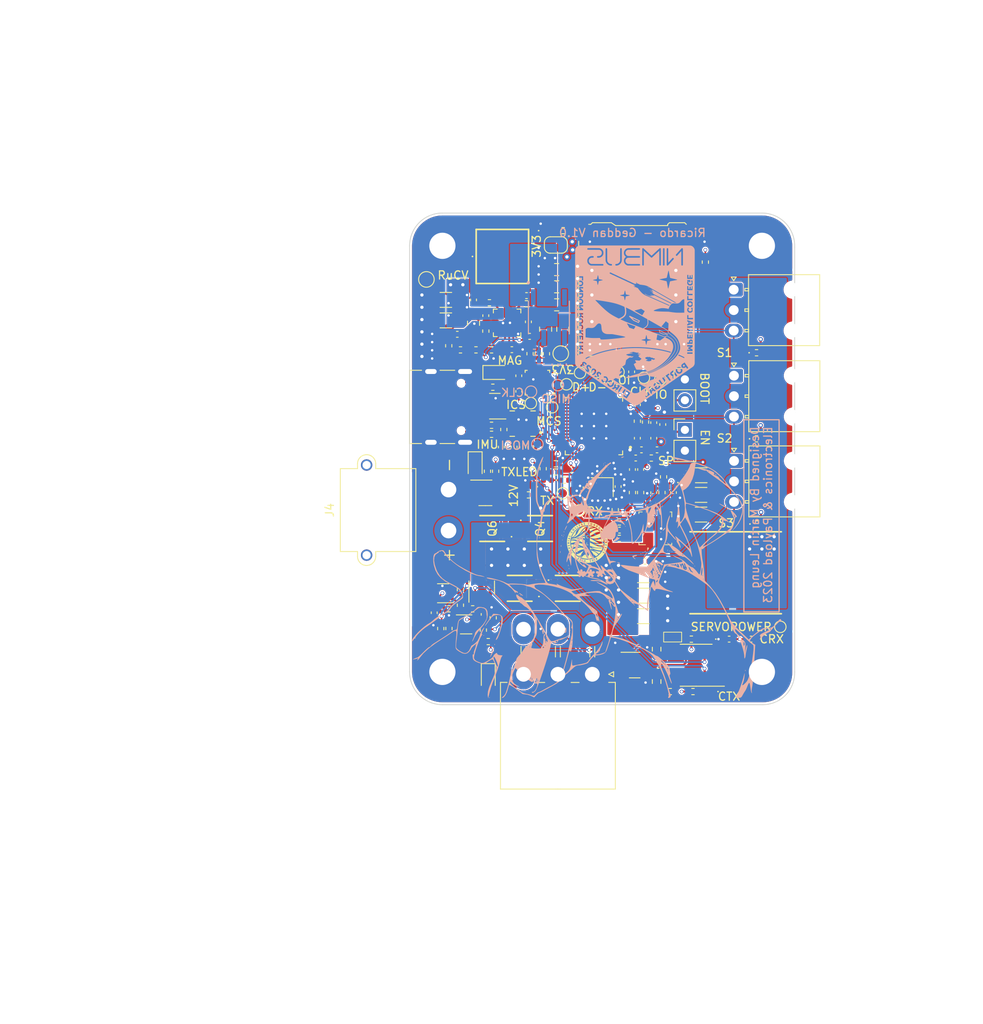
<source format=kicad_pcb>
(kicad_pcb (version 20240108) (generator "pcbnew") (generator_version "8.0")
  (layers (0 "F.Cu" signal) (1 "In1.Cu" signal) (2 "In2.Cu" signal) (31 "B.Cu" signal) (34 "B.Paste" user) (35 "F.Paste" user) (36 "B.SilkS" user "B.Silkscreen") (37 "F.SilkS" user "F.Silkscreen") (38 "B.Mask" user) (39 "F.Mask" user) (44 "Edge.Cuts" user))
  (net 0 "")
  (net 1 "GND")
  (net 2 "VBUS")
  (net 3 "RBUS_uC_V")
  (net 4 "Net-(U10-EN)")
  (net 5 "/servopower/uC_VCC")
  (net 6 "Net-(C53-Pad1)")
  (net 7 "Net-(U10-SW2)")
  (net 8 "Net-(C54-Pad1)")
  (net 9 "Net-(U10-SW1)")
  (net 10 "Net-(3V3LED1-A)")
  (net 11 "/BOOT")
  (net 12 "/CHIP_PU")
  (net 13 "Net-(C6-Pad1)")
  (net 14 "Net-(C12-Pad1)")
  (net 15 "Net-(U1-LNA_IN{slash}RF)")
  (net 16 "Net-(U1-XTAL_N)")
  (net 17 "Net-(C14-Pad1)")
  (net 18 "Net-(JP1-B)")
  (net 19 "/CAN+")
  (net 20 "/CAN-")
  (net 21 "Net-(IC1-VDRV)")
  (net 22 "Net-(U8-CAP)")
  (net 23 "Net-(U7-REGOUT)")
  (net 24 "/rbusmosfets/RBUS_3.3")
  (net 25 "/SERVO_PWR")
  (net 26 "+12V")
  (net 27 "/servopower/VDD")
  (net 28 "Net-(C44-Pad1)")
  (net 29 "Net-(IC1-BOOT)")
  (net 30 "/CAN_RX")
  (net 31 "Net-(CANRXLED1-A)")
  (net 32 "/CAN_TX")
  (net 33 "Net-(CANTXLED1-A)")
  (net 34 "/Data-")
  (net 35 "/Data+")
  (net 36 "/servopower/SW")
  (net 39 "/servopower/PGOOD")
  (net 40 "Net-(IC1-FB)")
  (net 41 "Net-(IC1-MODE2)")
  (net 42 "Net-(IC1-MODE1)")
  (net 43 "Net-(IC1-PHASE)")
  (net 45 "/SD_MOSI")
  (net 46 "Net-(J2-CC1)")
  (net 48 "Net-(J2-CC2)")
  (net 51 "/SD_CS")
  (net 52 "/SPI_MOSI")
  (net 53 "/SPI_CLK")
  (net 54 "/SPI_MISO")
  (net 56 "/rbusmosfets/RBUS_DEPL")
  (net 57 "/SERVO_SGNL1")
  (net 58 "/SERVO_SGNL2")
  (net 59 "/SERVO_SGNL3")
  (net 60 "/CAN-BUS/Vref")
  (net 61 "Net-(U1-XTAL_P)")
  (net 62 "Net-(Q1-G)")
  (net 63 "Net-(TXLED1-A)")
  (net 64 "/TXD")
  (net 65 "Net-(U1-U0TXD{slash}PROG{slash}GPIO43)")
  (net 66 "Net-(U2-Rs)")
  (net 67 "Net-(USBLED1-A)")
  (net 68 "/BuckPGOOD")
  (net 69 "Net-(SERVOLED1-K)")
  (net 70 "Net-(SERVOLED2-K)")
  (net 71 "Net-(SERVOLED3-K)")
  (net 72 "Net-(SERVOPWRLED1-K)")
  (net 81 "/SERVOBUCK_EN")
  (net 86 "/SD_CLK")
  (net 87 "/SD_MISO")
  (net 88 "/SD_DET")
  (net 89 "Net-(Q4-S_1)")
  (net 98 "/IMU_CS")
  (net 99 "/MAG_CS")
  (net 100 "/RXD")
  (net 104 "Net-(U10-OC)")
  (net 105 "/rbusmosfets/BatteryPower")
  (net 114 "Net-(Q4-G)")
  (net 117 "Net-(R33-Pad1)")
  (net 118 "Net-(U10-FB)")
  (net 119 "Net-(U10-BST2)")
  (net 120 "Net-(U10-BST1)")
  (net 121 "Net-(U10-ALT)")
  (net 122 "Net-(U10-SCL)")
  (net 123 "Net-(U10-SDA)")
  (net 125 "Net-(Q1-S_1)")
  (net 126 "Net-(12VLED1-A)")
  (net 127 "Net-(U3-CTL)")
  (net 128 "+3.3V")
  (net 129 "Net-(R15-Pad1)")
  (net 130 "Net-(R23-Pad1)")
  (net 131 "Net-(R45-Pad1)")
  (net 132 "Net-(R43-Pad2)")
  (net 133 "Net-(U4-CTL)")
  (net 134 "/servopower/uC_VOUT")
  (net 135 "Net-(U9-ADJ)")
  (footprint "Diode_SMD:D_SOD-323" (layer "F.Cu") (at 110.5585 90.4565)
    (property "Reference" "D5" (hide yes))
    (property "Value" "D_Schottky")
  )
  (footprint "Capacitor_SMD:C_0402_1005Metric" (layer "F.Cu") (at 127.2 102.3 -90)
    (property "Reference" "C9" (hide yes))
    (property "Value" "10nF")
  )
  (footprint "Connector_Molex:Molex_Nano-Fit_105313-xx03_1x03_P2.50mm_Horizontal" (layer "F.Cu") (at 139.56 80.35)
    (property "Reference" "J5" (hide yes))
    (property "Value" "Conn_01x03_Male")
  )
  (footprint "LED_SMD:LED_0402_1005Metric" (layer "F.Cu") (at 140.355 88.05 180)
    (property "Reference" "S1")
    (property "Value" "SERVOLED")
  )
  (footprint "Capacitor_SMD:C_0402_1005Metric" (layer "F.Cu") (at 113.8 99.58 -90)
    (property "Reference" "C31" (hide yes))
    (property "Value" "10nF")
  )
  (footprint "Resistor_SMD:R_0402_1005Metric" (layer "F.Cu") (at 130.8 105.11 90)
    (property "Reference" "R18" (hide yes))
    (property "Value" "10k")
  )
  (footprint "LOGO" (layer "F.Cu") (at 121.7 111.2)
    (property "Reference" "G***" (hide yes))
    (property "Value" "LOGO" (hide yes))
  )
  (footprint "Resistor_SMD:R_0603_1608Metric" (layer "F.Cu") (at 130.15 124.225 90)
    (property "Reference" "R10" (hide yes))
    (property "Value" "60")
  )
  (footprint "Resistor_SMD:R_0402_1005Metric" (layer "F.Cu") (at 116.7 88.175 -90)
    (property "Reference" "R34" (hide yes))
    (property "Value" "230k")
  )
  (footprint "TestPoint:TestPoint_Pad_D1.0mm" (layer "F.Cu") (at 122.8 90.4)
    (property "Reference" "CS")
    (property "Value" "TestPoint")
  )
  (footprint "Jumper:SolderJumper-2_P1.3mm_Open_RoundedPad1.0x1.5mm" (layer "F.Cu") (at 117.85 74.9)
    (property "Reference" "JP2" (hide yes))
    (property "Value" "TermJP")
  )
  (footprint "Resistor_SMD:R_0402_1005Metric" (layer "F.Cu") (at 142.35 98.55 180)
    (property "Reference" "R29" (hide yes))
    (property "Value" "1k")
  )
  (footprint "Connector_PinHeader_2.54mm:PinHeader_1x02_P2.54mm_Vertical" (layer "F.Cu") (at 133.6 91.3)
    (property "Reference" "BOOT")
    (property "Value" "Conn_01x02_Male")
  )
  (footprint "Capacitor_SMD:C_0805_2012Metric" (layer "F.Cu") (at 107.8 84.45 -90)
    (property "Reference" "C43" (hide yes))
    (property "Value" "22uF")
  )
  (footprint "Capacitor_SMD:C_0402_1005Metric" (layer "F.Cu") (at 125.32 92.3)
    (property "Reference" "C10" (hide yes))
    (property "Value" "0.1uF")
  )
  (footprint "Capacitor_SMD:C_0402_1005Metric" (layer "F.Cu") (at 119.72 102.3 180)
    (property "Reference" "C11" (hide yes))
    (property "Value" "0.1uF")
  )
  (footprint "LED_SMD:LED_0402_1005Metric" (layer "F.Cu") (at 116.815 103.6 180)
    (property "Reference" "TXLED")
    (property "Value" "TX_LED")
  )
  (footprint "TestPoint:TestPoint_Pad_D1.5mm" (layer "F.Cu") (at 102.05 79.1 90)
    (property "Reference" "RuCV")
    (property "Value" "TestPoint")
  )
  (footprint "Capacitor_SMD:C_0402_1005Metric" (layer "F.Cu") (at 114.65 86.05)
    (property "Reference" "C52" (hide yes))
    (property "Value" "1uF")
  )
  (footprint "Capacitor_SMD:C_0402_1005Metric" (layer "F.Cu") (at 129.8 105.12 90)
    (property "Reference" "C42" (hide yes))
    (property "Value" "1uF")
  )
  (footprint "TestPoint:TestPoint_Pad_D1.0mm" (layer "F.Cu") (at 128.6 91.1)
    (property "Reference" "CLK")
    (property "Value" "TestPoint")
  )
  (footprint "TestPoint:TestPoint_Pad_D1.0mm" (layer "F.Cu") (at 120.7 107.3 -90)
    (property "Reference" "RX")
    (property "Value" "TestPoint")
  )
  (footprint "Capacitor_SMD:C_0402_1005Metric" (layer "F.Cu") (at 114.5 84.28 -90)
    (property "Reference" "C49" (hide yes))
    (property "Value" "100nF")
  )
  (footprint "Capacitor_SMD:C_0402_1005Metric" (layer "F.Cu") (at 127.8 94.4 90)
    (property "Reference" "C8" (hide yes))
    (property "Value" "0.1uF")
  )
  (footprint "Resistor_SMD:R_0402_1005Metric" (layer "F.Cu") (at 117.79 101.6 180)
    (property "Reference" "R25" (hide yes))
    (property "Value" "2.2k")
  )
  (footprint "Connector_USB:USB_C_Receptacle_Palconn_UTC16-G" (layer "F.Cu") (at 104.84 94.66 -90)
    (property "Reference" "J2" (hide yes))
    (property "Value" "USB_C_Receptacle_USB2.0")
  )
  (footprint "Capacitor_SMD:C_0402_1005Metric" (layer "F.Cu") (at 125.45 104.38 -90)
    (property "Reference" "C14" (hide yes))
    (property "Value" "C")
  )
  (footprint "Capacitor_SMD:C_1206_3216Metric" (layer "F.Cu") (at 135.575 105.4 180)
    (property "Reference" "C37" (hide yes))
    (property "Value" "47uF")
  )
  (footprint "Capacitor_SMD:C_0402_1005Metric" (layer "F.Cu") (at 130.9 96.81 90)
    (property "Reference" "C3" (hide yes))
    (property "Value" "0.1uF")
  )
  (footprint "Capacitor_SMD:C_1206_3216Metric" (layer "F.Cu") (at 128.525 117.7 180)
    (property "Reference" "C39" (hide yes))
    (property "Value" "47uF")
  )
  (footprint "Connector_Card:microSD_HC_Hirose_DM3AT-SF-PEJM5" (layer "F.Cu") (at 127.63 80.565 180)
    (property "Reference" "J3" (hide yes))
    (property "Value" "Micro_SD_Card_Det")
  )
  (footprint "Capacitor_SMD:C_1206_3216Metric" (layer "F.Cu") (at 135.575 107.8 180)
    (property "Reference" "C36" (hide yes))
    (property "Value" "47uF")
  )
  (footprint "Capacitor_SMD:C_0402_1005Metric" (layer "F.Cu") (at 105.82 85.8)
    (property "Reference" "C48" (hide yes))
    (property "Value" "22nF")
  )
  (footprint "Resistor_SMD:R_0402_1005Metric" (layer "F.Cu") (at 110 87.7)
    (property "Reference" "R38" (hide yes))
    (property "Value" "21.5k")
  )
  (footprint "Resistor_SMD:R_0402_1005Metric" (layer "F.Cu") (at 134.39 123)
    (property "Reference" "R27" (hide yes))
    (property "Value" "1k")
  )
  (footprint "LED_SMD:LED_0402_1005Metric" (layer "F.Cu") (at 140.455 108.95 180)
    (property "Reference" "S3")
    (property "Value" "SERVOLED")
  )
  (footprint "Capacitor_SMD:C_0402_1005Metric" (layer "F.Cu") (at 109.1 119.98 -90)
    (property "Reference" "C22" (hide yes))
    (property "Value" "1uF")
  )
  (footprint "Inductor_SMD:L_0402_1005Metric" (layer "F.Cu") (at 124.1 102.085 -90)
    (property "Reference" "L2" (hide yes))
    (property "Value" "20nH")
  )
  (footprint "Capacitor_SMD:C_0402_1005Metric" (layer "F.Cu") (at 128.73 113.5 180)
    (property "Reference" "C40" (hide yes))
    (property "Value" "100nF")
  )
  (footprint "Diode_SMD:D_SOD-323" (layer "F.Cu") (at 109.6 127.6 -90)
    (property "Reference" "D4" (hide yes))
    (property "Value" "D_Schottky")
  )
  (footprint "Resistor_SMD:R_0402_1005Metric" (layer "F.Cu") (at 142.38 108.95 180)
    (property "Reference" "R30" (hide yes))
    (property "Value" "1k")
  )
  (footprint "Resistor_SMD:R_0402_1005Metric" (layer "F.Cu") (at 114.7 88.165 90)
    (property "Reference" "R35" (hide yes))
    (property "Value" "100k")
  )
  (footprint "Resistor_SMD:R_0402_1005Metric" (layer "F.Cu") (at 111.5 97.42 -90)
    (property "Reference" "USBLED1" (hide yes))
    (property "Value" "USB_LED")
  )
  (footprint "LED_SMD:LED_0402_1005Metric" (layer "F.Cu") (at 136.285 123 180)
    (property "Reference" "CRX")
    (property "Value" "CANRXLED")
  )
  (footprint "Resistor_SMD:R_0402_1005Metric" (layer "F.Cu") (at 118.88 103.6)
    (property "Reference" "R6" (hide yes))
    (property "Value" "499")
  )
  (footprint "Capacitor_SMD:C_0402_1005Metric" (layer "F.Cu") (at 127.1 90.38 90)
    (property "Reference" "C23" (hide yes))
    (property "Value" "1uF")
  )
  (footprint "Capacitor_SMD:C_0805_2012Metric" (layer "F.Cu") (at 117.95 82.2)
    (property "Reference" "C56" (hide yes))
    (property "Value" "22uF")
  )
  (footprint "Resistor_SMD:R_0402_1005Metric" (layer "F.Cu") (at 107.7 119.3)
    (property "Reference" "R23" (hide yes))
    (property "Value" "1k")
  )
  (footprint "Capacitor_SMD:C_0402_1005Metric" (layer "F.Cu") (at 139 123 180)
    (property "Reference" "C16" (hide yes))
    (property "Value" "10uF")
  )
  (footprint "Capacitor_SMD:C_0805_2012Metric" (layer "F.Cu") (at 118.7 85.175 -90)
    (property "Reference" "C57" (hide yes))
    (property "Value" "22uF")
  )
  (footprint "Package_TO_SOT_SMD:TSOT-23-6" (layer "F.Cu") (at 109.25 105.15)
    (property "Reference" "U4" (hide yes))
    (property "Value" "LTC4412xS6")
  )
  (footprint "Resistor_SMD:R_0402_1005Metric" (layer "F.Cu") (at 110.2 120.4 90)
    (property "Reference" "R46" (hide yes))
    (property "Value" "470")
  )
  (footprint "Capacitor_SMD:C_1206_3216Metric" (layer "F.Cu") (at 104.425 84.1 180)
    (property "Reference" "C18" (hide yes))
    (property "Value" "47uF")
  )
  (footprint "Resistor_SMD:R_0402_1005Metric" (layer "F.Cu") (at 109.3 85.41 -90)
    (property "Reference" "R32" (hide yes))
    (property "Value" "499k")
  )
  (footprint "iclr:SmallerSolderJP" (layer "F.Cu") (at 132.37 122.75)
    (property "Reference" "JP1" (hide yes))
    (property "Value" "TermJP")
  )
  (footprint "Capacitor_SMD:C_0402_1005Metric" (layer "F.Cu") (at 107.8 81.6 90)
    (property "Reference" "C54" (hide yes))
    (property "Value" "100nF")
  )
  (footprint "Package_TO_SOT_SMD:TSOT-23-6" (layer "F.Cu") (at 108.8 116.7 90)
    (property "Reference" "U3" (hide yes))
    (property "Value" "LTC4412xS6")
  )
  (footprint "Capacitor_SMD:C_0402_1005Metric" (layer "F.Cu") (at 125.62 109.7)
    (property "Reference" "C44" (hide yes))
    (property "Value" "0.1uF")
  )
  (footprint "Resistor_SMD:R_0402_1005Metric" (layer "F.Cu") (at 115.7 88.165 90)
    (property "Reference" "R33" (hide yes))
    (property "Value" "806k")
  )
  (footprint "Capacitor_SMD:C_1206_3216Metric" (layer "F.Cu") (at 104.425 81.6 180)
    (property "Reference" "C19" (hide yes))
    (property "Value" "47uF")
  )
  (footprint "iclr:MPLAL60504R7" (layer "F.Cu") (at 111.325 76.3)
    (property "Reference" "L5" (hide yes))
    (property "Value" "4.7uH" (hide yes))
  )
  (footprint "Capacitor_SMD:C_0402_1005Metric" (layer "F.Cu") (at 132.2 105.11 -90)
    (property "Reference" "C21" (hide yes))
    (property "Value" "4.7uF")
  )
  (footprint "Resistor_SMD:R_0402_1005Metric" (layer "F.Cu") (at 125.6 108.7 180)
    (property "Reference" "R19" (hide yes))
    (property "Value" "100k")
  )
  (footprint "Resistor_SMD:R_0402_1005Metric" (layer "F.Cu") (at 114.51 105.4 180)
    (property "Reference" "R7" (hide yes))
    (property "Value" "3k")
  )
  (footprint "TestPoint:TestPoint_Pad_D1.0mm" (layer "F.Cu") (at 117.4 94.7)
    (property "Reference" "MCS")
    (property "Value" "TestPoint")
  )
  (footprint "Resistor_SMD:R_0402_1005Metric" (layer "F.Cu") (at 110.5 102.51 -90)
    (property "Reference" "R48" (hide yes))
    (property "Value" "100k")
  )
  (footprint "iclr:MP28167GQ-A-Z" (layer "F.Cu") (at 111.9 84.4)
    (property "Reference" "U10" (hide yes))
    (property "Value" "MP28167GQ-A-Z" (hide yes))
  )
  (footprint "Capacitor_SMD:C_0402_1005Metric" (layer "F.Cu") (at 113.328 90.86 90)
    (property "Reference" "C29" (hide yes))
    (property "Value" "10uF")
  )
  (footprint "Capacitor_SMD:C_0402_1005Metric" (layer "F.Cu") (at 114.8 99.58 -90)
    (property "Reference" "C34" (hide yes))
    (property "Value" "2.2uF")
  )
  (footprint "Diode_SMD:D_SOD-323" (layer "F.Cu") (at 108 101.75 -90)
    (property "Reference" "D3" (hide yes))
    (property "Value" "D_Schottky")
  )
  (footprint "TestPoint:TestPoint_Pad_D1.0mm" (layer "F.Cu") (at 119.15 91.9 90)
    (property "Reference" "D+")
    (property "Value" "TestPoint")
  )
  (footprint "Capacitor_SMD:C_0402_1005Metric" (layer "F.Cu") (at 127.6 100.9 180)
    (property "Reference" "C12" (hide yes))
    (property "Value" "4.2pF")
  )
  (footprint "Capacitor_SMD:C_0402_1005Metric" (layer "F.Cu") (at 141.68 123)
    (property "Reference" "C15" (hide yes))
    (property "Value" "100nF")
  )
  (footprint "Resistor_SMD:R_0402_1005Metric" (layer "F.Cu") (at 142.35 88.05 180)
    (property "Reference" "R28" (hide yes))
    (property "Value" "1k")
  )
  (footprint "Connector_AMASS:AMASS_XT30PW-M_1x02_P2.50mm_Horizontal" (layer "F.Cu") (at 104.75 104.75 90)
    (property "Reference" "J4")
    (property "Value" "Conn_01x02_Male")
  )
  (footprint "Resistor_SMD:R_0402_1005Metric" (layer "F.Cu") (at 110 96.9 180)
    (property "Reference" "R12" (hide yes))
    (property "Value" "5.1k")
  )
  (footprint "Capacitor_SMD:C_0402_1005Metric" (layer "F.Cu") (at 109.3 83.52 -90)
    (property "Reference" "C41" (hide yes))
    (property "Value" "100nF")
  )
  (footprint "Resistor_SMD:R_0402_1005Metric" (layer "F.Cu") (at 104.8 121.7 -90)
    (property "Reference" "R44" (hide yes))
    (property "Value" "470")
  )
  (footprint "Resistor_SMD:R_0603_1608Metric" (layer "F.Cu") (at 130.15 128.175 90)
    (property "Reference" "R9" (hide yes))
    (property "Value" "60")
  )
  (footprint "iclr:PQFN50P300X300X100-16N" (layer "F.Cu") (at 115.6 91.7 180)
    (property "Reference" "MAG")
    (property "Value" "MMC5983MA")
  )
  (footprint "Resistor_SMD:R_0402_1005Metric" (layer "F.Cu") (at 125.1 107.21 90)
    (property "Reference" "R20" (hide yes))
    (property "Value" "200k")
  )
  (footprint "iclr:PQFN50P300X300X80-16N" (layer "F.Cu") (at 113.8 96.7 180)
    (property "Reference" "IMU")
    (property "Value" "ICM-20608-G")
  )
  (footprint "Connector_Molex:Molex_Nano-Fit_105313-xx03_1x03_P2.50mm_Horizontal" (layer "F.Cu") (at 139.59 90.85)
    (property "Reference" "J6" (hide yes))
    (property "Value" "Conn_01x03_Male")
  )
  (footprint "MountingHole:MountingHole_3.2mm_M3_DIN965_Pad" (layer "F.Cu") (at 104 127)
    (property "Reference" "H3" (hide yes))
    (property "Value" "MountingHole_Pad")
  )
  (footprint "Capacitor_SMD:C_1206_3216Metric" (layer "F.Cu") (at 128.525 115.2 180)
    (property "Reference" "C46" (hide yes))
    (property "Value" "47uF")
  )
  (footprint "Package_TO_SOT_SMD:SOT-353_SC-70-5" (layer "F.Cu") (at 104.1 117.4 180)
    (property "Reference" "U5" (hide yes))
    (property "Value" "74AHC1G00")
  )
  (footprint "Connector_Molex:Molex_Mini-Fit_Jr_5569-06A2_2x03_P4.20mm_Horizontal" (layer "F.Cu") (at 122.3 127.2885 180)
    (property "Reference" "J1" (hide yes))
    (property "Value" "RBUS")
  )
  (footprint "LED_SMD:LED_0402_1005Metric" (layer "F.Cu") (at 116.835 73.15)
    (property "Reference" "3V3")
    (property "Value" "3V3LED")
  )
  (footprint "Resistor_SMD:R_0402_1005Metric" (layer "F.Cu") (at 114.26 82.075)
    (property "Reference" "R36" (hide yes))
    (property "Value" "0")
  )
  (footprint "TestPoint:TestPoint_Pad_D1.0mm" (layer "F.Cu") (at 118.7 105.2 -90)
    (property "Reference" "TX")
    (property "Value" "TestPoint")
  )
  (footprint "Resistor_SMD:R_0402_1005Metric" (layer "F.Cu") (at 109.74 81.95 180)
    (property "Reference" "R37" (hide yes))
    (property "Value" "0")
  )
  (footprint "Resistor_SMD:R_0402_1005Metric" (layer "F.Cu") (at 134.59 129.4)
    (property "Reference" "R26" (hide yes))
    (property "Value" "1k")
  )
  (footprint "TestPoint:TestPoint_Pad_D1.5mm" (layer "F.Cu") (at 118.45 88.15 90)
    (property "Reference" "3V3")
    (property "Value" "TestPoint")
  )
  (footprint "Resistor_SMD:R_0402_1005Metric" (layer "F.Cu") (at 109.5 102.51 90)
    (property "Reference" "R49" (hide yes))
    (property "Value" "0")
  )
  (footprint "Capacitor_SMD:C_1206_3216Metric" (layer "F.Cu") (at 135.6 103 180)
    (property "Reference" "C35" (hide yes))
    (property "Value" "47uF")
  )
  (footprint "Capacitor_SMD:C_0402_1005Metric" (layer "F.Cu") (at 113.328 92.76 90)
    (property "Reference" "C32" (hide yes))
    (property "Value" "1uF")
  )
  (footprint "Resistor_SMD:R_0402_1005Metric" (layer "F.Cu") (at 103.8 121.71 -90)
    (property "Reference" "R43" (hide yes))
    (property "Value" "1k")
  )
  (footprint "iclr:SiC437BEDT1GE3" (layer "F.Cu") (at 129.994 109.481 90)
    (property "Reference" "IC1" (hide yes))
    (property "Value" "SIC437DED-T1-GE3" (hide yes))
  )
  (footprint "TestPoint:TestPoint_Pad_D1.0mm" (layer "F.Cu") (at 130.6 91.3)
    (property "Reference" "IO")
    (property "Value" "TestPoint")
  )
  (footprint "TestPoint:TestPoint_Pad_D1.0mm" (layer "F.Cu") (at 114.8 94.2)
    (property "Reference" "ICS")
    (property "Value" "TestPoint")
  )
  (footprint "Resistor_SMD:R_0402_1005Metric" (layer "F.Cu") (at 110.1585 92.2565)
    (property "Reference" "R11" (hide yes))
    (property "Value" "5.1k")
  )
  (footprint "Capacitor_SMD:C_0402_1005Metric" (layer "F.Cu") (at 130.33 126.2 180)
    (property "Reference" "C17" (hide yes))
    (property "Value" "47nF")
  )
  (footprint "Resistor_SMD:R_0402_1005Metric" (layer "F.Cu") (at 104.775 87.2 90)
    (property "Reference" "R39" (hide yes))
    (property "Value" "10k")
  )
  (footprint "Capacitor_SMD:C_0402_1005Metric" (layer "F.Cu") (at 112.75 99.55 -90)
    (property "Reference" "C33" (hide yes))
    (property "Value" "0.1uF")
  )
  (footprint "Resistor_SMD:R_0402_1005Metric" (layer "F.Cu") (at 106.2 118.86 -90)
    (property "Reference" "R15" (hide yes))
    (property "Value" "470")
  )
  (footprint "Resistor_SMD:R_0402_1005Metric" (layer "F.Cu") (at 106.21 87.7)
    (property "Reference" "R40" (hide yes))
    (property "Value" "10k")
  )
  (footprint "Resistor_SMD:R_0402_1005Metric" (layer "F.Cu") (at 128.2 105.11 90)
    (property "Reference" "R22" (hide yes))
    (property "Value" "3k")
  )
  (footprint "MountingHole:MountingHole_3.2mm_M3_DIN965_Pad" (layer "F.Cu") (at 143 75)
    (property "Reference" "H2" (hide yes))
    (property "Value" "MountingHole_Pad")
  )
  (footprint "iclr:INDPM112100X400N" (layer "F.Cu") (at 139.8 114.9 180)
    (property "Reference" "L4" (hide yes))
    (property "Value" "2.1uH" (hide yes))
  )
  (footprint "Resistor_SMD:R_0402_1005Metric" (layer "F.Cu") (at 106.2 116.96 90)
    (property "Reference" "R42" (hide yes))
    (property "Value" "470")
  )
  (footprint "LED_SMD:LED_0402_1005Metric" (layer "F.Cu") (at 140.405 98.55 180)
    (property "Reference" "S2")
    (property "Value" "SERVOLED")
  )
  (footprint "Capacitor_SMD:C_0402_1005Metric" (layer "F.Cu") (at 121.55 104.52 90)
    (property "Reference" "C13" (hide yes))
    (property "Value" "C")
  )
  (footprint "Capacitor_SMD:C_0402_1005Metric" (layer "F.Cu") (at 111.2 99.56 -90)
    (property "Reference" "C30" (hide yes))
    (property "Value" "0.47uF")
  )
  (footprint "Capacitor_SMD:C_0805_2012Metric" (layer "F.Cu") (at 116.6 85.175 -90)
    (property "Reference" "C58" (hide yes))
    (property "Value" "22uF")
  )
  (footprint "Resistor_SMD:R_0402_1005Metric" (layer "F.Cu") (at 129.5 100.9 180)
    (property "Reference" "R5" (hide yes))
    (property "Value" "47.5")
  )
  (footprint "Resistor_SMD:R_0402_1005Metric" (layer "F.Cu") (at 116.3 102.2 -90)
    (property "Reference" "R2" (hide yes))
    (property "Value" "470")
  )
  (footprint "Resistor_SMD:R_0402_1005Metric" (layer "F.Cu") (at 118.74 73.15)
    (property "Reference" "R4" (hide yes))
    (property "Value" "470")
  )
  (footprint "Resistor_SMD:R_0402_1005Metric" (layer "F.Cu") (at 117.79 102.6)
    (property "Reference" "R24" (hide yes))
    (property "Value" "1.5k")
  )
  (footprint "Resistor_SMD:R_0402_1005Metric" (layer "F.Cu") (at 127.2 105.11 90)
    (property "Reference" "R17" (hide yes))
    (property "Value" "34k")
  )
  (footprint "Capacitor_SMD:C_0402_1005Metric" (layer "F.Cu") (at 114.27 81.075 180)
    (property "Reference" "C53" (hide yes))
    (property "Value" "100nF")
  )
  (footprint "Capacitor_SMD:C_0402_1005Metric" (layer "F.Cu") (at 103 119.78 90)
    (property "Reference" "C20" (hide yes))
    (property "Value" "1uF")
  )
  (footprint "Resistor_SMD:R_0402_1005Metric" (layer "F.Cu") (at 131.81 129.4)
    (property "Reference" "R8" (hide yes))
    (property "Value" "0")
  )
  (footprint "Resistor_SMD:R_0402_1005Metric" (layer "F.Cu") (at 127.8 96.4 90)
    (property "Reference" "R3" (hide yes))
    (property "Value" "10K")
  )
  (footprint "Capacitor_SMD:C_0402_1005Metric" (layer "F.Cu") (at 130.2 99.9)
    (property "Reference" "C1" (hide yes))
    (property "Value" "10uF")
  )
  (footprint "LED_SMD:LED_0402_1005Metric" (layer "F.Cu") (at 114.5 104.4 180)
    (property "Reference" "12V")
    (property "Value" "12V_LED")
  )
  (footprint "Resistor_SMD:R_0402_1005Metric" (layer "F.Cu") (at 104.8 119.3)
    (property "Reference" "R16" (hide yes))
    (property "Value" "1k")
  )
  (footprint "Connector_Molex:Molex_Nano-Fit_105313-xx03_1x03_P2.50mm_Horizontal" (layer "F.Cu") (at 139.6 101.25)
    (property "Reference" "J7" (hide yes))
    (property "Value" "Conn_01x03_Male")
  )
  (footprint "Resistor_SMD:R_0402_1005Metric" (layer "F.Cu") (at 109 121.9 -90)
    (property "Reference" "R45" (hide yes))
    (property "Value" "1k")
  )
  (footprint "Capacitor_SMD:C_0402_1005Metric" (layer "F.Cu") (at 128.3 99.9 180)
    (property "Reference" "C4" (hide yes))
    (property "Value" "1uF")
  )
  (footprint "Capacitor_SMD:C_0402_1005Metric" (layer "F.Cu") (at 129.8 98.48 90)
    (property "Reference" "C5" (hide yes))
    (property "Value" "0.1uF")
  )
  (footprint "Resistor_SMD:R_0402_1005Metric" (layer "F.Cu") (at 108.1 87.7)
    (property "Reference" "R41" (hide yes))
    (property "Value" "10k")
  )
  (footprint "Capacitor_SMD:C_0402_1005Metric" (layer "F.Cu") (at 128.2 102.3 -90)
    (property "Reference" "C7" (hide yes))
    (property "Value" "1uF")
  )
  (footprint "iclr:PXP01230QLJ" (layer "F.Cu") (at 110.085 109.5 90)
    (property "Reference" "Q6")
    (property "Value" "PXP012-30QLJ" (hide yes))
  )
  (footprint "Resistor_SMD:R_0402_1005Metric" (layer "F.Cu") (at 136.1 76.99 -90)
    (property "Reference" "R14" (hide yes))
    (property "Value" "10k")
  )
  (footprint "TestPoint:TestPoint_Pad_D1.0mm" (layer "F.Cu") (at 145.25 121.5)
    (property "Reference" "SERVOPOWER")
    (property "Value" "TestPoint")
  )
  (footprint "Package_TO_SOT_SMD:SOT-353_SC-70-5" (layer "F.Cu") (at 106.9 121.2)
    (property "Reference" "U6" (hide yes))
    (property "Value" "74AHC1G08")
  )
  (footprint "iclr:PXP01230QLJ" (layer "F.Cu") (at 115.925 109.5 -90)
    (property "Reference" "Q4")
    (property "Value" "PXP012-30QLJ" (hide yes))
  )
  (footprint "Resistor_SMD:R_0402_1005Metric" (layer "F.Cu") (at 110 98)
    (property "Reference" "R13" (hide yes))
    (property "Value" "470")
  )
  (footprint "TestPoint:TestPoint_Pad_D1.0mm" (layer "F.Cu") (at 125.5 90.4)
    (property "Reference" "OI")
    (property "Value" "TestPoint")
  )
  (footprint "Resistor_SMD:R_0402_1005Metric" (layer "F.Cu") (at 109.6 123.3 180)
    (property "Reference" "R47" (hide yes))
    (property "Value" "100k")
  )
  (footprint "MountingHole:MountingHole_3.2mm_M3_DIN965_Pad" (layer "F.Cu") (at 143 127)
    (property "Reference" "H4" (hide yes))
    (property "Value" "MountingHole_Pad")
  )
  (footprint "iclr:PXP01230QLJ" (layer "F.Cu") (at 119.3 116.8 -90)
    (property "Reference" "Q2" (hide yes))
    (property "Value" "PXP012-30QLJ" (hide yes))
  )
  (footprint "Capacitor_SMD:C_1206_3216Metric" (layer "F.Cu") (at 128.525 120.2 180)
    (property "Reference" "C45" (hide yes))
    (property "Value" "47uF")
  )
  (footprint "LED_SMD:LED_0402_1005Metric" (layer "F.Cu") (at 132.75 102.8 90)
    (property "Reference" "SP")
    (property "Value" "SERVOPWR_LED")
  )
  (footprint "Capacitor_SMD:C_0402_1005Metric" (layer "F.Cu") (at 127.8 98.48 -90)
    (property "Reference" "C6" (hide yes))
    (property "Value" "0.1uF")
  )
  (footprint "Package_TO_SOT_SMD:SOT-143" (layer "F.Cu") (at 110.4 94.57 180)
    (property "Reference" "D2" (hide yes))
    (property "Value" "SP0503BAHT")
  )
  (footprint "MountingHole:MountingHole_3.2mm_M3_DIN965_Pad" (layer "F.Cu") (at 104 75)
    (property "Reference" "H1" (hide yes))
    (property "Value" "MountingHole_Pad")
  )
  (footprint "Resistor_SMD:R_0402_1005Metric" (layer "F.Cu") (at 125.59 110.7)
    (property "Reference" "R21" (hide yes))
    (property "Value" "2.2")
  )
  (footprint "Capacitor_SMD:C_0402_1005Metric" (layer "F.Cu") (at 129.8 96.58 90)
    (property "Reference" "C2" (hide yes))
    (property "Value" "1uF")
  )
  (footprint "iclr:QFN40P700X700X90-57N" (layer "F.Cu") (at 122.5 97 180)
    (property "Reference" "U1" (hide yes))
    (property "Value" "ESP32-S3")
  )
  (footprint "iclr:PXP01230QLJ" (layer "F.Cu") (at 113.435 116.8 90)
    (property "Reference" "Q1" (hide yes))
    (property "Value" "PXP012-30QLJ" (hide yes))
  )
  (footprint "Package_SO:SOIC-8_3.9x4.9mm_P1.27mm" (layer "F.Cu") (at 134.975 126.185 180)
    (property "Reference" "U2" (hide yes))
    (property "Value" "SN65HVD230")
  )
  (footprint "Capacitor_SMD:C_0805_2012Metric" (layer "F.Cu") (at 117.95 77.9)
    (property "Reference" "C51" (hide yes))
    (property "Value" "22uF")
  )
  (footprint "Crystal:Crystal_SMD_2016-4Pin_2.0x1.6mm" (layer "F.Cu") (at 123.5 104.45 180)
    (property "Reference" "Y1" (hide yes))
    (property "Value" "40MHz±10ppm")
  )
  (footprint "Capacitor_SMD:C_0402_1005Metric" (layer "F.Cu") (at 112.48 87.675)
    (property "Reference" "C55" (hide yes))
    (property "Value" "22nF")
  )
  (footprint "LED_SMD:LED_0402_1005Metric" (layer "F.Cu") (at 136.555 129.4 180)
    (property "Reference" "CTX")
    (property "Value" "CANTXLED")
  )
  (footprint "Connector_PinHeader_2.54mm:PinHeader_1x02_P2.54mm_Vertical" (layer "F.Cu") (at 133.6 97.46)
    (property "Reference" "EN")
    (property "Value" "Conn_01x02_Male")
  )
  (footprint "Inductor_SMD:L_0402_1005Metric" (layer "F.Cu") (at 128.8 98.445 90)
    (property "Reference" "L1" (hide yes))
    (property "Value" "2.0nH")
  )
  (footprint "Capacitor_SMD:C_0805_2012Metric" (layer "F.Cu") (at 117.95 80)
    (property "Reference" "C50" (hide yes))
    (property "Value" "22uF")
  )
  (footprint "Resistor_SMD:R_0402_1005Metric" (layer "F.Cu") (at 128.8 96.51 -90)
    (property "Reference" "R1" (hide yes))
    (property "Value" "10K")
  )
  (footprint "TestPoint:TestPoint_Pad_D1.0mm" (layer "F.Cu") (at 120.8 90.5 90)
    (property "Reference" "D-")
    (property "Value" "TestPoint")
  )
  (footprint "Resistor_SMD:R_0402_1005Metric" (layer "F.Cu") (at 131 103.2 -90)
    (property "Reference" "R31" (hide yes))
    (property "Value" "1k")
  )
  (footprint "Package_TO_SOT_SMD:SOT-23" (layer "F.Cu") (at 127.475 126.165)
    (property "Reference" "D1" (hide yes))
    (property "Value" "SM712_SOT23")
  )
  (footprint "LOGO" (layer "B.Cu") (at 122.85 115.45 180)
    (property "Reference" "G***")
    (property "Value" "LOGO" (hide yes))
  )
  (footprint "Resistor_SMD:R_0402_1005Metric" (layer "B.Cu") (at 116.3 89 180)
    (property "Reference" "R50" (hide yes))
    (property "Value" "DNP")
  )
  (footprint "TestPoint:TestPoint_Pad_D1.0mm" (layer "B.Cu") (at 114.82 92.8 180)
    (property "Reference" "CLK")
    (property "Value" "TestPoint")
  )
  (footprint "Capacitor_SMD:C_0402_1005Metric" (layer "B.Cu") (at 117.75 89.52 90)
    (property "Reference" "C26" (hide yes))
    (property "Value" "0.1uF")
  )
  (footprint "TestPoint:TestPoint_Pad_D1.0mm" (layer "B.Cu") (at 115.6 99.2 180)
    (property "Reference" "MOSI")
    (property "Value" "TestPoint")
  )
  (footprint "Capacitor_SMD:C_0402_1005Metric" (layer "B.Cu") (at 117.98 79)
    (property "Reference" "C24" (hide yes))
    (property "Value" "DNP")
  )
  (footprint "LOGO" (layer "B.Cu") (at 127.5 84.75 180)
    (property "Reference" "G***" (hide yes))
    (property "Value" "LOGO" (hide yes))
  )
  (footprint "Capacitor_SMD:C_0402_1005Metric" (layer "B.Cu") (at 118.75 89.48 90)
    (property "Reference" "C25" (hide yes))
    (property "Value" "DNP")
  )
  (footprint "TestPoint:TestPoint_Pad_D1.0mm" (layer "B.Cu") (at 118.1 92 180)
    (property "Reference" "MISO")
    (property "Value" "TestPoint")
  )
  (footprint "iclr:SOIC127P599X175-9N" (layer "B.Cu") (at 117 83.75 -90)
    (property "Reference" "U9" (hide yes))
    (property "Value" "SC4215")
  )
  (footprint "Resistor_SMD:R_0402_1005Metric" (layer "B.Cu") (at 115.25 88 180)
    (property "Reference" "R51" (hide yes))
    (property "Value" "DNP")
  )
  (gr_line (start 147 127) (end 147 75.167967) (stroke (width 0.1)) (layer "Edge.Cuts"))
  (gr_arc (start 143 71) (mid 145.888423 72.231364) (end 147 75.167967) (stroke (width 0.1)) (layer "Edge.Cuts"))
  (gr_arc (start 104 131) (mid 101.171573 129.828427) (end 100 127) (stroke (width 0.1)) (layer "Edge.Cuts"))
  (gr_line (start 100 75) (end 100 127) (stroke (width 0.1)) (layer "Edge.Cuts"))
  (gr_line (start 104 71) (end 143 71) (stroke (width 0.1)) (layer "Edge.Cuts"))
  (gr_arc (start 147 127) (mid 145.901781 129.821381) (end 143.11303 131) (stroke (width 0.1)) (layer "Edge.Cuts"))
  (gr_line (start 104 131) (end 143.11303 131) (stroke (width 0.1)) (layer "Edge.Cuts"))
  (gr_arc (start 100 75) (mid 101.171573 72.171573) (end 104 71) (stroke (width 0.1)) (layer "Edge.Cuts"))
  (gr_text "Ricardo - Geddan V1.0" (at 136.25 74 0) (layer "B.SilkS") (effects (font (size 1 1) (thickness 0.153)) (justify left bottom mirror)))
  (gr_text_box "Designed By Martin Leung\nElectronics & Payload 2023" (start 140.8 119.675) (end 145.1 96.225) (angle 90) (layer "B.SilkS") (effects (font (size 1 1) (thickness 0.153)) (justify left top mirror)) (border yes) (stroke (width 0.153)))
  (segment (start 118.75 101) (end 118.7 100.9) (width 0.2) (layer "F.Cu") (net 1))
  (segment (start 113.46 84.76) (end 113.35 84.65) (width 0.2) (layer "F.Cu") (net 1))
  (segment (start 115.1 91.6) (end 115.1 91.3) (width 0.2) (layer "F.Cu") (net 1))
  (segment (start 117.88 101) (end 117.28 101.6) (width 0.2) (layer "F.Cu") (net 1))
  (segment (start 142.89 107.51) (end 142.9 107.5) (width 0.25) (layer "F.Cu") (net 1))
  (segment (start 138.52 123) (end 137.7 123) (width 0.25) (layer "F.Cu") (net 1))
  (segment (start 105.41 120.1) (end 104.8 120.1) (width 0.2) (layer "F.Cu") (net 1))
  (segment (start 130.45 107.5) (end 130.45 106.801945) (width 0.2) (layer "F.Cu") (net 1))
  (segment (start 130.01 100.57) (end 130.68 99.9) (width 0.25) (layer "F.Cu") (net 1))
  (segment (start 114.5 84.76) (end 114.76 84.76) (width 0.2) (layer "F.Cu") (net 1))
  (segment (start 127.8 98.96) (end 127.8 99.88) (width 0.25) (layer "F.Cu") (net 1))
  (segment (start 114.125 103.625) (end 114.9 104.4) (width 0.2) (layer "F.Cu") (net 1))
  (segment (start 121.55 104.04) (end 122.66 104.04) (width 0.2) (layer "F.Cu") (net 1))
  (segment (start 129.85 126.15) (end 128.4275 126.15) (width 0.25) (layer "F.Cu") (net 1))
  (segment (start 124.15 107.05) (end 124.1 107) (width 0.2) (layer "F.Cu") (net 1))
  (segment (start 113.328 90.38) (end 113.755 90.38) (width 0.2) (layer "F.Cu") (net 1))
  (segment (start 114.325 91.95) (end 114.75 91.95) (width 0.2) (layer "F.Cu") (net 1))
  (segment (start 142.86 96.91) (end 142.85 96.9) (width 0.25) (layer "F.Cu") (net 1))
  (segment (start 107.7125 104.75) (end 104.75 104.75) (width 0.2) (layer "F.Cu") (net 1))
  (segment (start 108.1125 105.15) (end 107.7125 104.75) (width 0.2) (layer "F.Cu") (net 1))
  (segment (start 142.86 98.55) (end 142.86 96.91) (width 0.25) (layer "F.Cu") (net 1))
  (segment (start 125.8 92.3) (end 126.5 93) (width 0.2) (layer "F.Cu") (net 1))
  (segment (start 105.877 85.263) (end 105.34 85.8) (width 0.2) (layer "F.Cu") (net 1))
  (segment (start 111.255 96.77) (end 111.395 96.91) (width 0.3) (layer "F.Cu") (net 1))
  (segment (start 129.1 107.5) (end 129.1 105.34) (width 0.2) (layer "F.Cu") (net 1))
  (segment (start 114.75 90.95) (end 115.1 91.3) (width 0.2) (layer "F.Cu") (net 1))
  (segment (start 106.2 119.31) (end 105.41 120.1) (width 0.2) (layer "F.Cu") (net 1))
  (segment (start 113.3 95.44) (end 112.8 95.44) (width 0.2) (layer "F.Cu") (net 1))
  (segment (start 113.35 84.65) (end 113.35 84.15) (width 0.2) (layer "F.Cu") (net 1))
  (segment (start 127.82 99.9) (end 126.9 99.9) (width 0.25) (layer "F.Cu") (net 1))
  (segment (start 142.86 88.05) (end 142.85 86.4) (width 0.25) (layer "F.Cu") (net 1))
  (segment (start 124.25 107.05) (end 124.25 107.86) (width 0.2) (layer "F.Cu") (net 1))
  (segment (start 107.663 85.263) (end 105.877 85.263) (width 0.2) (layer "F.Cu") (net 1))
  (segment (start 111.395 96.91) (end 111.395 95.42) (width 0.3) (layer "F.Cu") (net 1))
  (segment (start 118.821732 101.021732) (end 118.7 100.9) (width 0.2) (layer "F.Cu") (net 1))
  (segment (start 142.89 108.95) (end 142.89 107.51) (width 0.25) (layer "F.Cu") (net 1))
  (segment (start 113.328 92.28) (end 113.658 91.95) (width 0.2) (layer "F.Cu") (net 1))
  (segment (start 112.54 95.7) (end 112.54 97.7) (width 0.2) (layer "F.Cu") (net 1))
  (segment (start 116.35 73.15) (end 116 72.3) (width 0.2) (layer "F.Cu") (net 1))
  (segment (start 124.2 105) (end 125.31 105) (width 0.2) (layer "F.Cu") (net 1))
  (segment (start 129 105.2) (end 129 105.24) (width 0.25) (layer "F.Cu") (net 1))
  (segment (start 114.75 91.95) (end 115.1 91.6) (width 0.2) (layer "F.Cu") (net 1))
  (segment (start 109.45 84.15) (end 110.45 84.15) (width 0.2) (layer "F.Cu") (net 1))
  (segment (start 130.01 100.9) (end 130.01 100.57) (width 0.25) (layer "F.Cu") (net 1))
  (segment (start 110.43 96.77) (end 111.255 96.77) (width 0.3) (layer "F.Cu") (net 1))
  (segment (start 124.25 107.05) (end 124.15 107.05) (width 0.2) (layer "F.Cu") (net 1))
  (segment (start 128.96 105.2) (end 129 105.2) (width 0.25) (layer "F.Cu") (net 1))
  (segment (start 130.45 106.801945) (end 131.4 105.851945) (width 0.2) (layer "F.Cu") (net 1))
  (segment (start 130.45 107.5) (end 130.45 108.465) (width 0.2) (layer "F.Cu") (net 1))
  (segment (start 119.24 102.3) (end 118.821732 101.881732) (width 0.2) (layer "F.Cu") (net 1))
  (segment (start 118.7 100.9) (end 118.531945 101) (width 0.2) (layer "F.Cu") (net 1))
  (segment (start 129.1 107.5) (end 129.1 108.875) (width 0.2) (layer "F.Cu") (net 1))
  (segment (start 129.1 105.34) (end 129.8 104.64) (width 0.2) (layer "F.Cu") (net 1))
  (segment (start 118.821732 101.881732) (end 118.821732 101.021732) (width 0.2) (layer "F.Cu") (net 1))
  (segment (start 130.45 108.465) (end 130.228 108.687) (width 0.2) (layer "F.Cu") (net 1))
  (segment (start 113.755 90.38) (end 114.325 90.95) (width 0.2) (layer "F.Cu") (net 1))
  (segment (start 118.531945 101) (end 117.88 101) (width 0.2) (layer "F.Cu") (net 1))
  (segment (start 114.325 90.95) (end 114.75 90.95) (width 0.2) (layer "F.Cu") (net 1))
  (segment (start 128.36 104.6) (end 128.96 105.2) (width 0.25) (layer "F.Cu") (net 1))
  (segment (start 131.4 105.851945) (end 131.4 105.43) (width 0.2) (layer "F.Cu") (net 1))
  (segment (start 113.658 91.95) (end 114.325 91.95) (width 0.2) (layer "F.Cu") (net 1))
  (segment (start 131.4 105.43) (end 132.2 104.63) (width 0.2) (layer "F.Cu") (net 1))
  (segment (start 142.85 86.4) (end 142.86 86.41) (width 0.25) (layer "F.Cu") (net 1))
  (segment (start 129 105.24) (end 129.1 105.34) (width 0.25) (layer "F.Cu") (net 1))
  (segment (start 112.8 95.44) (end 112.54 95.7) (width 0.2) (layer "F.Cu") (net 1))
  (segment (start 124.245 107.145) (end 124.25 107.15) (width 0.2) (layer "F.Cu") (net 1))
  (segment (start 124.25 107.15) (end 124.25 107.05) (width 0.2) (layer "F.Cu") (net 1))
  (segment (start 124.25 107.86) (end 125.09 108.7) (width 0.2) (layer "F.Cu") (net 1))
  (segment (start 112.54 96.2) (end 113.3 96.2) (width 0.2) (layer "F.Cu") (net 1))
  (via (at 129 124) (size 0.45) (drill 0.3) (layers "F.Cu" "B.Cu") (net 1))
  (via (at 101.5 84) (size 0.8) (drill 0.4) (layers "F.Cu" "B.Cu") (net 1))
  (via (at 133.5 87) (size 0.45) (drill 0.3) (layers "F.Cu" "B.Cu") (net 1))
  (via (at 127.25 103.75) (size 0.45) (drill 0.3) (layers "F.Cu" "B.Cu") (net 1))
  (via (at 122.1 104.05) (size 0.45) (drill 0.3) (layers "F.Cu" "B.Cu") (net 1))
  (via (at 121.4 105.95) (size 0.45) (drill 0.3) (layers "F.Cu" "B.Cu") (net 1))
  (via (at 123.25 87) (size 0.45) (drill 0.3) (layers "F.Cu" "B.Cu") (net 1))
  (via (at 120.8 104.3) (size 0.45) (drill 0.3) (layers "F.Cu" "B.Cu") (net 1))
  (via (at 124.5 106) (size 0.45) (drill 0.3) (layers "F.Cu" "B.Cu") (net 1))
  (via (at 137.7 123) (size 0.45) (drill 0.3) (layers "F.Cu" "B.Cu") (net 1))
  (via (at 122.5 98.5) (size 0.45) (drill 0.3) (layers "F.Cu" "B.Cu") (net 1))
  (via (at 124 97) (size 0.45) (drill 0.3) (layers "F.Cu" "B.Cu") (net 1))
  (via (at 125.8 102.9) (size 0.45) (drill 0.3) (layers "F.Cu" "B.Cu") (net 1))
  (via (at 131.5 100.25) (size 0.45) (drill 0.3) (layers "F.Cu" "B.Cu") (net 1))
  (via (at 122.25 78) (size 0.8) (drill 0.4) (layers "F.Cu" "B.Cu") (net 1))
  (via (at 112.25 84.4) (size 0.45) (drill 0.3) (layers "F.Cu" "B.Cu") (net 1))
  (via (at 130.9 113.5) (size 0.45) (drill 0.3) (layers "F.Cu" "B.Cu") (net 1))
  (via (at 122.9 102.5) (size 0.45) (drill 0.3) (layers "F.Cu" "B.Cu") (net 1))
  (via (at 115.1 91.3) (size 0.45) (drill 0.3) (layers "F.Cu" "B.Cu") (net 1))
  (via (at 132.5 81) (size 0.8) (drill 0.4) (layers "F.Cu" "B.Cu") (net 1))
  (via (at 122.25 81) (size 0.8) (drill 0.4) (layers "F.Cu" "B.Cu") (net 1))
  (via (at 125.1 123.45) (size 0.45) (drill 0.3) (layers "F.Cu" "B.Cu") (net 1))
  (via (at 120.5 77.5) (size 0.8) (drill 0.4) (layers "F.Cu" "B.Cu") (net 1))
  (via (at 122.9 101.9) (size 0.45) (drill 0.3) (layers "F.Cu" "B.Cu") (net 1))
  (via (at 122 87) (size 0.45) (drill 0.3) (layers "F.Cu" "B.Cu") (net 1))
  (via (at 122.5 97) (size 0.45) (drill 0.3) (layers "F.Cu" "B.Cu") (net 1))
  (via (at 129 105.2) (size 0.45) (drill 0.3) (layers "F.Cu" "B.Cu") (net 1))
  (via (at 120.5 79) (size 0.8) (drill 0.4) (layers "F.Cu" "B.Cu") (net 1))
  (via (at 113.3 96.2) (size 0.45) (drill 0.3) (layers "F.Cu" "B.Cu") (net 1))
  (via (at 131.2 114.8) (size 0.45) (drill 0.3) (layers "F.Cu" "B.Cu") (net 1))
  (via (at 125.9 105.7) (size 0.45) (drill 0.3) (layers "F.Cu" "B.Cu") (net 1))
  (via (at 110.5 93.6) (size 0.45) (drill 0.3) (layers "F.Cu" "B.Cu") (net 1))
  (via (at 133 105.75) (size 0.45) (drill 0.3) (layers "F.Cu" "B.Cu") (net 1))
  (via (at 101.5 81) (size 0.8) (drill 0.4) (layers "F.Cu" "B.Cu") (net 1))
  (via (at 130.7 109.5) (size 0.45) (drill 0.3) (layers "F.Cu" "B.Cu") (net 1))
  (via (at 111.4 84.425) (size 0.45) (drill 0.3) (layers "F.Cu" "B.Cu") (net 1))
  (via (at 136 74.5) (size 0.45) (drill 0.3) (layers "F.Cu" "B.Cu") (net 1))
  (via (at 132.8 106.75) (size 0.45) (drill 0.3) (layers "F.Cu" "B.Cu") (net 1))
  (via (at 142.85 96.9) (size 0.45) (drill 0.3) (layers "F.Cu" "B.Cu") (net 1))
  (via (at 130.1 113.5) (size 0.45) (drill 0.3) (layers "F.Cu" "B.Cu") (net 1))
  (via (at 131.5 117.75) (size 0.8) (drill 0.4) (layers "F.Cu" "B.Cu") (net 1))
  (via (at 126.9 99.9) (size 0.8) (drill 0.4) (layers "F.Cu" "B.Cu") (net 1))
  (via (at 114.125 103.625) (size 0.45) (drill 0.3) (layers "F.Cu" "B.Cu") (net 1))
  (via (at 110.25 88.75) (size 0.45) (drill 0.3) (layers "F.Cu" "B.Cu") (net 1))
  (via (at 130.1 102.8) (size 0.45) (drill 0.3) (layers "F.Cu" "B.Cu") (net 1))
  (via (at 127 95.5) (size 0.45) (drill 0.3) (layers "F.Cu" "B.Cu") (net 1))
  (via (at 102.75 85.75) (size 0.45) (drill 0.3) (layers "F.Cu" "B.Cu") (net 1))
  (via (at 142.85 86.4) (size 0.45) (drill 0.3) (layers "F.Cu" "B.Cu") (net 1))
  (via (at 122.25 84.25) (size 0.8) (drill 0.4) (layers "F.Cu" "B.Cu") (net 1))
  (via (at 123.8 106.1) (size 0.45) (drill 0.3) (layers "F.Cu" "B.Cu") (net 1))
  (via (at 125.2 105.9) (size 0.45) (drill 0.3) (layers "F.Cu" "B.Cu") (net 1))
  (via (at 124.5 87) (size 0.45) (drill 0.3) (layers "F.Cu" "B.Cu") (net 1))
  (via (at 102.75 87.75) (size 0.45) (drill 0.3) (layers "F.Cu" "B.Cu") (net 1))
  (via (at 132.8 108) (size 0.45) (drill 0.3) (layers "F.Cu" "B.Cu") (net 1))
  (via (at 131.2 116) (size 0.45) (drill 0.3) (layers "F.Cu" "B.Cu") (net 1))
  (via (at 124.9 101.5) (size 0.45) (drill 0.3) (layers "F.Cu" "B.Cu") (net 1))
  (via (at 142.9 107.5) (size 0.45) (drill 0.3) (layers "F.Cu" "B.Cu") (net 1))
  (via (at 116 72.3) (size 0.45) (drill 0.3) (layers "F.Cu" "B.Cu") (net 1))
  (via (at 131.25 87) (size 0.45) (drill 0.3) (layers "F.Cu" "B.Cu") (net 1))
  (via (at 120.8 105.5) (size 0.45) (drill 0.3) (layers "F.Cu" "B.Cu") (net 1))
  (via (at 128.8 93.9) (size 0.45) (drill 0.3) (layers "F.Cu" "B.Cu") (net 1))
  (via (at 131.1 95.3) (size 0.8) (drill 0.4) (layers "F.Cu" "B.Cu") (net 1))
  (via (at 120.5 82) (size 0.8) (drill 0.4) (layers "F.Cu" "B.Cu") (net 1))
  (via (at 101.5 85.5) (size 0.8) (drill 0.4) (layers "F.Cu" "B.Cu") (net 1))
  (via (at 122.3 102.8) (size 0.45) (drill 0.3) (layers "F.Cu" "B.Cu") (net 1))
  (via (at 130.7 110.8) (size 0.45) (drill 0.3) (layers "F.Cu" "B.Cu") (net 1))
  (via (at 124.9 104.9) (size 0.45) (drill 0.3) (layers "F.Cu" "B.Cu") (net 1))
  (via (at 131.5 119.25) (size 0.8) (drill 0.4) (layers "F.Cu" "B.Cu") (net 1))
  (via (at 101.5 87) (size 0.8) (drill 0.4) (layers "F.Cu" "B.Cu") (net 1))
  (via (at 121 95.5) (size 0.45) (drill 0.3) (layers "F.Cu" "B.Cu") (net 1))
  (via (at 122 74.5) (size 0.45) (drill 0.3) (layers "F.Cu" "B.Cu") (net 1))
  (via (at 126.2 104.2) (size 0.45) (drill 0.3) (layers "F.Cu" "B.Cu") (net 1))
  (via (at 124 98.5) (size 0.45) (drill 0.3) (layers "F.Cu" "B.Cu") (net 1))
  (via (at 126.5 93) (size 0.45) (drill 0.3) (layers "F.Cu" "B.Cu") (net 1))
  (via (at 101.5 88.5) (size 0.8) (drill 0.4) (layers "F.Cu" "B.Cu") (net 1))
  (via (at 104 116.5) (size 0.45) (drill 0.3) (layers "F.Cu" "B.Cu") (net 1))
  (via (at 129.2 108.9) (size 0.45) (drill 0.3) (layers "F.Cu" "B.Cu") (net 1))
  (via (at 126.2 103.5) (size 0.45) (drill 0.3) (layers "F.Cu" "B.Cu") (net 1))
  (via (at 113.25 85.75) (size 0.45) (drill 0.3) (layers "F.Cu" "B.Cu") (net 1))
  (via (at 133.2 104.2) (size 0.45) (drill 0.3) (layers "F.Cu" "B.Cu") (net 1))
  (via (at 124 95.5) (size 0.45) (drill 0.3) (layers "F.Cu" "B.Cu") (net 1))
  (via (at 113.8 87.65) (size 0.45) (drill 0.3) (layers "F.Cu" "B.Cu") (net 1))
  (via (at 131.5 120.75) (size 0.8) (drill 0.4) (layers "F.Cu" "B.Cu") (net 1))
  (via (at 122.3 106.1) (size 0.45) (drill 0.3) (layers "F.Cu" "B.Cu") (net 1))
  (via (at 120.4 104.9) (size 0.45) (drill 0.3) (layers "F.Cu" "B.Cu") (net 1))
  (via (at 122.5 95.5) (size 0.45) (drill 0.3) (layers "F.Cu" "B.Cu") (net 1))
  (via (at 125.1 102.9) (size 0.45) (drill 0.3) (layers "F.Cu" "B.Cu") (net 1))
  (via (at 127.4 91.7) (size 0.45) (drill 0.3) (layers "F.Cu" "B.Cu") (net 1))
  (via (at 121 97) (size 0.45) (drill 0.3) (layers "F.Cu" "B.Cu") (net 1))
  (via (at 101.5 82.5) (size 0.8) (drill 0.4) (layers "F.Cu" "B.Cu") (net 1))
  (via (at 121.8 103.3) (size 0.45) (drill 0.3) (layers "F.Cu" "B.Cu") (net 1))
  (via (at 124.25 107.05) (size 0.45) (drill 0.3) (layers "F.Cu" "B.Cu") (net 1))
  (via (at 110.005717 119.118068) (size 0.45) (drill 0.3) (layers "F.Cu" "B.Cu") (net 1))
  (via (at 130.25 87) (size 0.45) (drill 0.3) (layers "F.Cu" "B.Cu") (net 1))
  (via (at 132.5 78) (size 0.8) (drill 0.4) (layers "F.Cu" "B.Cu") (net 1))
  (via (at 116 121.75) (size 0.45) (drill 0.3) (layers "F.Cu" "B.Cu") (net 1))
  (via (at 123 106.1) (size 0.45) (drill 0.3) (layers "F.Cu" "B.Cu") (net 1))
  (via (at 128.8 128.3) (size 0.45) (drill 0.3) (layers "F.Cu" "B.Cu") (net 1))
  (via (at 107.9 84.5) (size 0.45) (drill 0.3) (layers "F.Cu" "B.Cu") (net 1))
  (via (at 120.5 80.5) (size 0.8) (drill 0.4) (layers "F.Cu" "B.Cu") (net 1))
  (via (at 114 101) (size 0.45) (drill 0.3) (layers "F.Cu" "B.Cu") (net 1))
  (via (at 125.05 102.2) (size 0.45) (drill 0.3) (layers "F.Cu" "B.Cu") (net 1))
  (via (at 104.8 120.1) (size 0.45) (drill 0.3) (layers "F.Cu" "B.Cu") (net 1))
  (via (at 122 87.75) (size 0.45) (drill 0.3) (layers "F.Cu" "B.Cu") (net 1))
  (via (at 114.25 96.25) (size 0.45) (drill 0.3) (layers "F.Cu" "B.Cu") (net 1))
  (via (at 102.75 86.75) (size 0.45) (drill 0.3) (layers "F.Cu" "B.Cu") (net 1))
  (via (at 102.9 121.3) (size 0.45) (drill 0.3) (layers "F.Cu" "B.Cu") (net 1))
  (via (at 102.75 88.75) (size 0.45) (drill 0.3) (layers "F.Cu" "B.Cu") (net 1))
  (via (at 132.5 84.25) (size 0.8) (drill 0.4) (layers "F.Cu" "B.Cu") (net 1))
  (via (at 118.7 100.9) (size 0.45) (drill 0.3) (layers "F.Cu" "B.Cu") (net 1))
  (via (at 112.75 101) (size 0.45) (drill 0.3) (layers "F.Cu" "B.Cu") (net 1))
  (via (at 121 98.5) (size 0.45) (drill 0.3) (layers "F.Cu" "B.Cu") (net 1))
  (via (at 111.5 101) (size 0.45) (drill 0.3) (layers "F.Cu" "B.Cu") (net 1))
  (via (at 126.2 104.9) (size 0.45) (drill 0.3) (layers "F.Cu" "B.Cu") (net 1))
  (segment (start 127.5 105.2) (end 129 105.2) (width 0.2) (layer "B.Cu") (net 1))
  (segment (start 124.5 106.8) (end 125.9 106.8) (width 0.2) (layer "B.Cu") (net 1))
  (segment (start 125.9 106.8) (end 127.5 105.2) (width 0.2) (layer "B.Cu") (net 1))
  (segment (start 124.25 107.05) (end 124.5 106.8) (width 0.2) (layer "B.Cu") (net 1))
  (segment (start 108.584 92.22) (end 107.95 92.22) (width 0.3) (layer "F.Cu") (net 2))
  (segment (start 106.816 97.06) (end 107.35 97.06) (width 0.2) (layer "F.Cu") (net 2))
  (segment (start 106.816 92.26) (end 105.8 93.276) (width 0.2) (layer "F.Cu") (net 2))
  (segment (start 111.495 92.093) (end 111.6085 91.9795) (width 0.3) (layer "F.Cu") (net 2))
  (segment (start 108.44 97.02) (end 107.78 97.02) (width 0.3) (layer "F.Cu") (net 2))
  (segment (start 107.35 92.26) (end 106.816 92.26) (width 0.2) (layer "F.Cu") (net 2))
  (segment (start 109.1445 91.6595) (end 108.584 92.22) (width 0.3) (layer "F.Cu") (net 2))
  (segment (start 105.8 93.276) (end 105.8 96.044) (width 0.2) (layer "F.Cu") (net 2))
  (segment (start 111.495 92.093) (end 111.0615 91.6595) (width 0.3) (layer "F.Cu") (net 2))
  (segment (start 111.495 92.093) (end 111.495 93.62) (width 0.3) (layer "F.Cu") (net 2))
  (segment (start 105.8 96.044) (end 106.816 97.06) (width 0.2) (layer "F.Cu") (net 2))
  (segment (start 109.42 98) (end 108.44 97.02) (width 0.3) (layer "F.Cu") (net 2))
  (segment (start 111.0615 91.6595) (end 109.1445 91.6595) (width 0.3) (layer "F.Cu") (net 2))
  (segment (start 111.6085 91.9795) (end 111.6085 90.4565) (width 0.3) (layer "F.Cu") (net 2))
  (segment (start 108.51809 89.223) (end 109.5085 90.21341) (width 1) (layer "F.Cu") (net 3))
  (segment (start 105.9 84.1) (end 106.5 83.5) (width 1) (layer "F.Cu") (net 3))
  (segment (start 103.117 123.117) (end 100.9 120.9) (width 1) (layer "F.Cu") (net 3))
  (segment (start 108.26 83.04) (end 107.8 83.5) (width 0.2) (layer "F.Cu") (net 3))
  (segment (start 110.505 83.645002) (end 109.905002 83.645002) (width 0.2) (layer "F.Cu") (net 3))
  (segment (start 106.5 83.5) (end 107.8 83.5) (width 1) (layer "F.Cu") (net 3))
  (segment (start 103.815369 88.738369) (end 103.815369 87.197262) (width 1) (layer "F.Cu") (net 3))
  (segment (start 105.645298 84.1) (end 105.9 84.1) (width 1) (layer "F.Cu") (net 3))
  (segment (start 105.054 89.223) (end 108.51809 89.223) (width 1) (layer "F.Cu") (net 3))
  (segment (start 109.905002 83.645002) (end 109.3 83.04) (width 0.2) (layer "F.Cu") (net 3))
  (segment (start 100.9 103.163108) (end 104.677 99.386108) (width 1) (layer "F.Cu") (net 3))
  (segment (start 109.5085 90.21341) (end 109.5085 90.4565) (width 1) (layer "F.Cu") (net 3))
  (segment (start 103.828 87.140631) (end 103.828 85.917298) (width 1) (layer "F.Cu") (net 3))
  (segment (start 105.122649 84.622649) (end 105.9 83.845298) (width 1) (layer "F.Cu") (net 3))
  (segment (start 109.6 126.55) (end 106.167 123.117) (width 1) (layer "F.Cu") (net 3))
  (segment (start 103.828 85.917298) (end 105.122649 84.622649) (width 1) (layer "F.Cu") (net 3))
  (segment (start 107.9 100.8) (end 106.090892 100.8) (width 1) (layer "F.Cu") (net 3))
  (segment (start 100.9 120.9) (end 100.9 103.163108) (width 1) (layer "F.Cu") (net 3))
  (segment (start 104.677 89.6) (end 105.054 89.223) (width 1) (layer "F.Cu") (net 3))
  (segment (start 109.2 84.9) (end 107.8 83.5) (width 0.2) (layer "F.Cu") (net 3))
  (segment (start 104.677 99.386108) (end 104.677 89.6) (width 1) (layer "F.Cu") (net 3))
  (segment (start 102.8 79.2) (end 105.2 81.6) (width 0.2) (layer "F.Cu") (net 3))
  (segment (start 104.677 89.6) (end 103.815369 88.738369) (width 1) (layer "F.Cu") (net 3))
  (segment (start 105.9 83.845298) (end 105.9 81.6) (width 1) (layer "F.Cu") (net 3))
  (segment (start 103.815369 87.197262) (end 103.85 87.162631) (width 1) (layer "F.Cu") (net 3))
  (segment (start 106.090892 100.8) (end 104.677 99.386108) (width 1) (layer "F.Cu") (net 3))
  (segment (start 105.2 81.6) (end 105.9 81.6) (width 0.2) (layer "F.Cu") (net 3))
  (segment (start 103.85 87.162631) (end 103.828 87.140631) (width 1) (layer "F.Cu") (net 3))
  (segment (start 109.3 83.04) (end 108.26 83.04) (width 0.2) (layer "F.Cu") (net 3))
  (segment (start 106.167 123.117) (end 103.117 123.117) (width 1) (layer "F.Cu") (net 3))
  (segment (start 105.122649 84.622649) (end 105.645298 84.1) (width 1) (layer "F.Cu") (net 3))
  (via (at 107 82.5) (size 0.45) (drill 0.3) (layers "F.Cu" "B.Cu") (net 3))
  (via (at 107 81) (size 0.45) (drill 0.3) (layers "F.Cu" "B.Cu") (net 3))
  (via (at 105 79.75) (size 0.8) (drill 0.4) (layers "F.Cu" "B.Cu") (net 3))
  (via (at 106.5 79.75) (size 0.8) (drill 0.4) (layers "F.Cu" "B.Cu") (net 3))
  (via (at 104.75 82) (size 0.45) (drill 0.3) (layers "F.Cu" "B.Cu") (net 3))
  (via (at 104.75 83.5) (size 0.45) (drill 0.3) (layers "F.Cu" "B.Cu") (net 3))
  (segment (start 109.873 85.347) (end 109.3 85.92) (width 0.2) (layer "F.Cu") (net 4))
  (segment (start 109.873 84.677) (end 109.873 85.347) (width 0.2) (layer "F.Cu") (net 4))
  (segment (start 110.45 84.65) (end 109.9 84.65) (width 0.2) (layer "F.Cu") (net 4))
  (segment (start 109.9 84.65) (end 109.873 84.677) (width 0.2) (layer "F.Cu") (net 4))
  (segment (start 106.627 86.127) (end 106.3 85.8) (width 0.2) (layer "F.Cu") (net 4))
  (segment (start 109.093 86.127) (end 106.627 86.127) (width 0.2) (layer "F.Cu") (net 4))
  (segment (start 109.3 85.92) (end 109.093 86.127) (width 0.2) (layer "F.Cu") (net 4))
  (segment (start 105.7 87.7) (end 106.247 88.247) (width 0.2) (layer "F.Cu") (net 5))
  (segment (start 104.775 87.71) (end 105.69 87.71) (width 0.2) (layer "F.Cu") (net 5))
  (segment (start 113.35 85.150001) (end 113.900001 85.150001) (width 0.25) (layer "F.Cu") (net 5))
  (segment (start 114.17 85.42) (end 113.900001 85.150001) (width 0.2) (layer "F.Cu") (net 5))
  (segment (start 109.3 88.6) (end 108.947 88.247) (width 0.2) (layer "F.Cu") (net 5))
  (segment (start 106.247 88.247) (end 107.043 88.247) (width 0.2) (layer "F.Cu") (net 5))
  (segment (start 114.17 86.05) (end 114.17 85.42) (width 0.2) (layer "F.Cu") (net 5))
  (segment (start 113.4 86.5) (end 113.72 86.5) (width 0.2) (layer "F.Cu") (net 5))
  (segment (start 107.043 88.247) (end 107.59 87.7) (width 0.2) (layer "F.Cu") (net 5))
  (segment (start 108.947 88.247) (end 107.043 88.247) (width 0.2) (layer "F.Cu") (net 5))
  (segment (start 113.72 86.5) (end 114.17 86.05) (width 0.2) (layer "F.Cu") (net 5))
  (via (at 109.3 88.6) (size 0.45) (drill 0.3) (layers "F.Cu" "B.Cu") (net 5))
  (via (at 113.4 86.5) (size 0.45) (drill 0.3) (layers "F.Cu" "B.Cu") (net 5))
  (segment (start 110.7995 86.4005) (end 109.3 87.9) (width 0.2) (layer "B.Cu") (net 5))
  (segment (start 113.4 86.5) (end 113.3005 86.4005) (width 0.2) (layer "B.Cu") (net 5))
  (segment (start 109.3 87.9) (end 109.3 88.6) (width 0.2) (layer "B.Cu") (net 5))
  (segment (start 113.3005 86.4005) (end 110.7995 86.4005) (width 0.2) (layer "B.Cu") (net 5))
  (segment (start 114.77 82) (end 114.77 81.02) (width 0.25) (layer "F.Cu") (net 6))
  (segment (start 113.925 76.3) (end 113.925 79.245) (width 0.2) (layer "F.Cu") (net 7))
  (segment (start 112.15 83.2) (end 112.15 78.075) (width 0.2) (layer "F.Cu") (net 7))
  (segment (start 112.15 78.075) (end 113.925 76.3) (width 0.2) (layer "F.Cu") (net 7))
  (segment (start 107.8 82.08) (end 109.1 82.08) (width 0.2) (layer "F.Cu") (net 8))
  (segment (start 111.65 78.075) (end 109.875 76.3) (width 0.2) (layer "F.Cu") (net 9))
  (segment (start 107.8 81.12) (end 109.875 79.045) (width 0.2) (layer "F.Cu") (net 9))
  (segment (start 109.875 79.045) (end 109.875 76.3) (width 0.2) (layer "F.Cu") (net 9))
  (segment (start 111.65 83.2) (end 111.65 78.075) (width 0.2) (layer "F.Cu") (net 9))
  (segment (start 118.23 73.15) (end 117.32 73.15) (width 0.2) (layer "F.Cu") (net 10))
  (segment (start 126.402092 98) (end 126.627 97.775092) (width 0.2) (layer "F.Cu") (net 11))
  (segment (start 129.1 95.1) (end 127.8 95.1) (width 0.25) (layer "F.Cu") (net 11))
  (segment (start 125.945 98) (end 126.402092 98) (width 0.2) (layer "F.Cu") (net 11))
  (segment (start 126.627 97.173) (end 126.627 97.775092) (width 0.25) (layer "F.Cu") (net 11))
  (segment (start 133.6 93.84) (end 130.36 93.84) (width 0.25) (layer "F.Cu") (net 11))
  (segment (start 130.36 93.84) (end 129.1 95.1) (width 0.25) (layer "F.Cu") (net 11))
  (segment (start 127.8 95.1) (end 127.8 96) (width 0.25) (layer "F.Cu") (net 11))
  (segment (start 127.8 96) (end 126.627 97.173) (width 0.25) (layer "F.Cu") (net 11))
  (segment (start 128.92 97.29) (end 130.9 97.29) (width 0.2) (layer "F.Cu") (net 12))
  (segment (start 131.31 97.7) (end 130.9 97.29) (width 0.25) (layer "F.Cu") (net 12))
  (segment (start 128.255158 97.468) (end 128.413158 97.31) (width 0.25) (layer "F.Cu") (net 12))
  (segment (start 133.3 97.7) (end 131.31 97.7) (width 0.25) (layer "F.Cu") (net 12))
  (segment (start 128.9 97.31) (end 128.92 97.29) (width 0.2) (layer "F.Cu") (net 12))
  (segment (start 128.413158 97.31) (end 128.9 97.31) (width 0.25) (layer "F.Cu") (net 12))
  (segment (start 127.467628 97.468) (end 128.255158 97.468) (width 0.25) (layer "F.Cu") (net 12))
  (segment (start 126.535628 98.4) (end 127.467628 97.468) (width 0.25) (layer "F.Cu") (net 12))
  (segment (start 125.9375 98.4) (end 126.535628 98.4) (width 0.25) (layer "F.Cu") (net 12))
  (segment (start 126.794 98.902) (end 125.945 98.902) (width 0.5) (layer "F.Cu") (net 13))
  (segment (start 128.8 97.96) (end 128.76 98) (width 0.5) (layer "F.Cu") (net 13))
  (segment (start 125.945 98.902) (end 125.945 99.113) (width 0.5) (layer "F.Cu") (net 13))
  (segment (start 127.8 98) (end 127.696 98) (width 0.5) (layer "F.Cu") (net 13))
  (segment (start 127.696 98) (end 126.794 98.902) (width 0.5) (layer "F.Cu") (net 13))
  (segment (start 128.76 98) (end 127.8 98) (width 0.5) (layer "F.Cu") (net 13))
  (segment (start 128.08 100.9) (end 128.99 100.9) (width 0.2) (layer "F.Cu") (net 14))
  (segment (start 125.9375 99.824212) (end 127.013288 100.9) (width 0.2) (layer "F.Cu") (net 15))
  (segment (start 125.9375 99.6) (end 125.9375 99.824212) (width 0.2) (layer "F.Cu") (net 15))
  (segment (start 123.1 105) (end 123.477 104.623) (width 0.2) (layer "F.Cu") (net 16))
  (segment (start 123.477 104.623) (end 123.477 101.273377) (width 0.2) (layer "F.Cu") (net 16))
  (segment (start 123.477 101.273377) (end 123.494762 101.273377) (width 0.2) (layer "F.Cu") (net 16))
  (segment (start 123.494762 101.273377) (end 123.9 100.868139) (width 0.2) (layer "F.Cu") (net 16))
  (segment (start 123.9 100.868139) (end 123.9 100.4375) (width 0.2) (layer "F.Cu") (net 16))
  (segment (start 122.8 105) (end 121.6 105) (width 0.2) (layer "F.Cu") (net 16))
  (segment (start 124.2 102.37) (end 124.2 103.9) (width 0.2) (layer "F.Cu") (net 17))
  (segment (start 125.4 103.9) (end 124.2 103.9) (width 0.2) (layer "F.Cu") (net 17))
  (segment (start 133.443514 126.15) (end 133.727 125.866514) (width 0.25) (layer "F.Cu") (net 18))
  (segment (start 130.15 125.49) (end 130.81 126.15) (width 0.25) (layer "F.Cu") (net 18))
  (segment (start 133.727 125.866514) (end 133.727 123.727) (width 0.25) (layer "F.Cu") (net 18))
  (segment (start 133.727 123.727) (end 132.75 122.75) (width 0.25) (layer "F.Cu") (net 18))
  (segment (start 130.81 126.15) (end 133.443514 126.15) (width 0.25) (layer "F.Cu") (net 18))
  (segment (start 130.15 125.05) (end 130.15 125.49) (width 0.25) (layer "F.Cu") (net 18))
  (segment (start 130.15 126.81) (end 130.81 126.15) (width 0.25) (layer "F.Cu") (net 18))
  (segment (start 130.15 127.35) (end 130.15 126.81) (width 0.25) (layer "F.Cu") (net 18))
  (segment (start 124.3225 124.9) (end 126.5375 127.115) (width 0.2) (layer "F.Cu") (net 19))
  (segment (start 128.4225 129) (end 126.5375 127.115) (width 0.2) (layer "F.Cu") (net 19))
  (segment (start 130.15 129) (end 128.4225 129) (width 0.2) (layer "F.Cu") (net 19))
  (segment (start 118.1885 121.7885) (end 121.3 124.9) (width 0.2) (layer "F.Cu") (net 19))
  (segment (start 130.15 128.931841) (end 132.261841 126.82) (width 0.2) (layer "F.Cu") (net 19))
  (segment (start 121.3 124.9) (end 124.3225 124.9) (width 0.2) (layer "F.Cu") (net 19))
  (segment (start 121.9 124.3) (end 124.358897 124.3) (width 0.2) (layer "F.Cu") (net 20))
  (segment (start 128.3525 123.4) (end 126.5375 125.215) (width 0.2) (layer "F.Cu") (net 20))
  (segment (start 125.273897 125.215) (end 126.5375 125.215) (width 0.2) (layer "F.Cu") (net 20))
  (segment (start 124.358897 124.3) (end 125.273897 125.215) (width 0.2) (layer "F.Cu") (net 20))
  (segment (start 130.15 123.4) (end 128.3525 123.4) (width 0.2) (layer "F.Cu") (net 20))
  (segment (start 130.15 123.438159) (end 132.261841 125.55) (width 0.2) (layer "F.Cu") (net 20))
  (via (at 121.916048 124.338126) (size 0.45) (drill 0.3) (layers "F.Cu" "B.Cu") (net 20))
  (segment (start 116.5 124.3) (end 121.9 124.3) (width 0.2) (layer "B.Cu") (net 20))
  (segment (start 113.9885 121.7885) (end 116.5 124.3) (width 0.2) (layer "B.Cu") (net 20))
  (segment (start 130.9 107.5) (end 130.9 106.986712) (width 0.2) (layer "F.Cu") (net 21))
  (segment (start 130.9 106.986712) (end 130.976212 106.9105) (width 0.2) (layer "F.Cu") (net 21))
  (segment (start 130.976212 106.9105) (end 131.8395 106.9105) (width 0.2) (layer "F.Cu") (net 21))
  (segment (start 132.2 106.55) (end 132.2 105.59) (width 0.2) (layer "F.Cu") (net 21))
  (segment (start 131.8395 106.9105) (end 132.2 106.55) (width 0.2) (layer "F.Cu") (net 21))
  (segment (start 114.325 91.45) (end 113.438 91.45) (width 0.2) (layer "F.Cu") (net 22))
  (segment (start 111.742 98.538) (end 112.722 98.538) (width 0.25) (layer "F.Cu") (net 23))
  (segment (start 112.722 98.538) (end 113.3 97.96) (width 0.25) (layer "F.Cu") (net 23))
  (segment (start 111.2 99.08) (end 111.742 98.538) (width 0.25) (layer "F.Cu") (net 23))
  (segment (start 109.6 128.65) (end 112.627 128.65) (width 1) (layer "F.Cu") (net 24))
  (segment (start 112.627 128.65) (end 113.9885 127.2885) (width 1) (layer "F.Cu") (net 24))
  (segment (start 131.703 101.703) (end 131.3 101.5) (width 0.2) (layer "F.Cu") (net 25))
  (segment (start 129.887984 102.103) (end 131.703 102.103) (width 0.2) (layer "F.Cu") (net 25))
  (segment (start 126.6 106) (end 126.6 105.3) (width 0.2) (layer "F.Cu") (net 25))
  (segment (start 127.988 107.388) (end 126.6 106) (width 0.2) (layer "F.Cu") (net 25))
  (segment (start 127.988 107.962) (end 127.988 107.388) (width 0.2) (layer "F.Cu") (net 25))
  (segment (start 128 103.9) (end 128.090984 103.9) (width 0.2) (layer "F.Cu") (net 25))
  (segment (start 131.703 102.103) (end 131.703 101.703) (width 0.2) (layer "F.Cu") (net 25))
  (segment (start 126.6 105.3) (end 127.2 104.7) (width 0.2) (layer "F.Cu") (net 25))
  (segment (start 131.915 102.315) (end 131.703 102.103) (width 0.25) (layer "F.Cu") (net 25))
  (segment (start 128.090984 103.9) (end 129.887984 102.103) (width 0.2) (layer "F.Cu") (net 25))
  (segment (start 132.75 102.315) (end 131.915 102.315) (width 0.25) (layer "F.Cu") (net 25))
  (segment (start 127.2 104.7) (end 128 103.9) (width 0.2) (layer "F.Cu") (net 25))
  (via (at 141.5 112) (size 0.8) (drill 0.4) (layers "F.Cu" "B.Cu") (net 25))
  (via (at 135.8 101.4) (size 0.45) (drill 0.3) (layers "F.Cu" "B.Cu") (net 25))
  (via (at 144.5 110.5) (size 0.8) (drill 0.4) (layers "F.Cu" "B.Cu") (net 25))
  (via (at 144.5 112) (size 0.8) (drill 0.4) (layers "F.Cu" "B.Cu") (net 25))
  (via (at 141.5 110.5) (size 0.8) (drill 0.4) (layers "F.Cu" "B.Cu") (net 25))
  (via (at 143 112) (size 0.8) (drill 0.4) (layers "F.Cu" "B.Cu") (net 25))
  (via (at 131.3 101.5) (size 0.45) (drill 0.3) (layers "F.Cu" "B.Cu") (net 25))
  (via (at 143 110.5) (size 0.8) (drill 0.4) (layers "F.Cu" "B.Cu") (net 25))
  (segment (start 135.8 101.4) (end 131.4 101.4) (width 0.2) (layer "B.Cu") (net 25))
  (segment (start 131.4 101.4) (end 131.3 101.5) (width 0.2) (layer "B.Cu") (net 25))
  (segment (start 111.475 103) (end 114.5 103) (width 0.2) (layer "F.Cu") (net 26))
  (segment (start 115.287623 103.853) (end 115.75 104.315377) (width 0.2) (layer "F.Cu") (net 26))
  (segment (start 128.575 110.012) (end 129.175 110.612) (width 0.2) (layer "F.Cu") (net 26))
  (segment (start 109.166841 114) (end 110 114) (width 0.2) (layer "F.Cu") (net 26))
  (segment (start 115.75 104.67) (end 115.02 105.4) (width 0.2) (layer "F.Cu") (net 26))
  (segment (start 114.5 103) (end 115.287623 103.787623) (width 0.2) (layer "F.Cu") (net 26))
  (segment (start 115.287623 103.787623) (end 115.287623 103.853) (width 0.2) (layer "F.Cu") (net 26))
  (segment (start 110.275 104.2) (end 111.475 103) (width 0.2) (layer "F.Cu") (net 26))
  (segment (start 111.75 115.415) (end 111.75 115.815) (width 0.2) (layer "F.Cu") (net 26))
  (segment (start 127.988 110.012) (end 128.575 110.012) (width 0.2) (layer "F.Cu") (net 26))
  (segment (start 107.85 115.316841) (end 109.166841 114) (width 0.2) (layer "F.Cu") (net 26))
  (segment (start 115.75 104.315377) (end 115.75 104.67) (width 0.2) (layer "F.Cu") (net 26))
  (via (at 125.5 117) (size 0.8) (drill 0.4) (layers "F.Cu" "B.Cu") (net 26))
  (via (at 125.5 118.5) (size 0.8) (drill 0.4) (layers "F.Cu" "B.Cu") (net 26))
  (via (at 125.5 115.5) (size 0.8) (drill 0.4) (layers "F.Cu" "B.Cu") (net 26))
  (via (at 125.5 120) (size 0.8) (drill 0.4) (layers "F.Cu" "B.Cu") (net 26))
  (via (at 116 112) (size 0.8) (drill 0.4) (layers "F.Cu" "B.Cu") (net 26))
  (via (at 116 114) (size 0.8) (drill 0.4) (layers "F.Cu" "B.Cu") (net 26))
  (via (at 125.5 114) (size 0.8) (drill 0.4) (layers "F.Cu" "B.Cu") (net 26))
  (via (at 110 114) (size 0.8) (drill 0.4) (layers "F.Cu" "B.Cu") (net 26))
  (via (at 114 112) (size 0.8) (drill 0.4) (layers "F.Cu" "B.Cu") (net 26))
  (via (at 112 114) (size 0.8) (drill 0.4) (layers "F.Cu" "B.Cu") (net 26))
  (via (at 124 117) (size 0.8) (drill 0.4) (layers "F.Cu" "B.Cu") (net 26))
  (via (at 114 114) (size 0.8) (drill 0.4) (layers "F.Cu" "B.Cu") (net 26))
  (via (at 110 112) (size 0.8) (drill 0.4) (layers "F.Cu" "B.Cu") (net 26))
  (via (at 124 114) (size 0.8) (drill 0.4) (layers "F.Cu" "B.Cu") (net 26))
  (via (at 124 115.5) (size 0.8) (drill 0.4) (layers "F.Cu" "B.Cu") (net 26))
  (via (at 112 112) (size 0.8) (drill 0.4) (layers "F.Cu" "B.Cu") (net 26))
  (via (at 116 107) (size 0.8) (drill 0.4) (layers "F.Cu" "B.Cu") (net 26))
  (segment (start 130.2 104) (end 130.1 103.8) (width 0.25) (layer "F.Cu") (net 27))
  (segment (start 126 107.5) (end 125.9 107.5) (width 0.2) (layer "F.Cu") (net 27))
  (segment (start 130.8 104.6) (end 129.8 105.6) (width 0.25) (layer "F.Cu") (net 27))
  (segment (start 129.55 107.5) (end 129.55 105.85) (width 0.25) (layer "F.Cu") (net 27))
  (segment (start 130.8 104.6) (end 130.2 104) (width 0.25) (layer "F.Cu") (net 27))
  (segment (start 125.9 107.5) (end 125.1 106.7) (width 0.2) (layer "F.Cu") (net 27))
  (segment (start 130.1 103.8) (end 130.2 103.9) (width 0.25) (layer "F.Cu") (net 27))
  (segment (start 129.55 105.85) (end 129.8 105.6) (width 0.25) (layer "F.Cu") (net 27))
  (via (at 130.1 103.8) (size 0.45) (drill 0.3) (layers "F.Cu" "B.Cu") (net 27))
  (via (at 126 107.5) (size 0.45) (drill 0.3) (layers "F.Cu" "B.Cu") (net 27))
  (segment (start 130.1 105.1) (end 128.5 106.7) (width 0.25) (layer "B.Cu") (net 27))
  (segment (start 126 107.5) (end 126.8 106.7) (width 0.2) (layer "B.Cu") (net 27))
  (segment (start 126.8 106.7) (end 128.5 106.7) (width 0.2) (layer "B.Cu") (net 27))
  (segment (start 130.1 103.8) (end 130.1 105.1) (width 0.25) (layer "B.Cu") (net 27))
  (segment (start 125.08 110.7) (end 125.08 109.76) (width 0.25) (layer "F.Cu") (net 28))
  (segment (start 126.862 110.462) (end 127.988 110.462) (width 0.25) (layer "F.Cu") (net 29))
  (segment (start 126.1 109.7) (end 126.862 110.462) (width 0.25) (layer "F.Cu") (net 29))
  (segment (start 118.25 99.6) (end 119.0625 99.6) (width 0.2) (layer "F.Cu") (net 30))
  (segment (start 118.1 99.75) (end 118.25 99.6) (width 0.2) (layer "F.Cu") (net 30))
  (segment (start 136 125.456486) (end 136 125.8) (width 0.25) (layer "F.Cu") (net 30))
  (segment (start 137.45 124.28) (end 137.45 123.68) (width 0.25) (layer "F.Cu") (net 30))
  (segment (start 118.1 100.4) (end 118.1 99.75) (width 0.2) (layer "F.Cu") (net 30))
  (segment (start 137.176486 124.28) (end 136 125.456486) (width 0.25) (layer "F.Cu") (net 30))
  (segment (start 137.45 123.68) (end 136.77 123) (width 0.25) (layer "F.Cu") (net 30))
  (via (at 136 125.8) (size 0.45) (drill 0.3) (layers "F.Cu" "B.Cu") (net 30))
  (via (at 118.1 100.4) (size 0.45) (drill 0.3) (layers "F.Cu" "B.Cu") (net 30))
  (segment (start 129.8 125.8) (end 136 125.8) (width 0.2) (layer "B.Cu") (net 30))
  (segment (start 117.8875 113.8875) (end 129.8 125.8) (width 0.2) (layer "B.Cu") (net 30))
  (segment (start 118.1 100.4) (end 117.8875 100.6125) (width 0.2) (layer "B.Cu") (net 30))
  (segment (start 117.8875 100.6125) (end 117.8875 113.8875) (width 0.2) (layer "B.Cu") (net 30))
  (segment (start 134.9 123) (end 135.8 123) (width 0.25) (layer "F.Cu") (net 31))
  (segment (start 136 126.913514) (end 136 126.6) (width 0.25) (layer "F.Cu") (net 32))
  (segment (start 137.45 128.99) (end 137.04 129.4) (width 0.25) (layer "F.Cu") (net 32))
  (segment (start 117.4 99.6) (end 117.8 99.2) (width 0.2) (layer "F.Cu") (net 32))
  (segment (start 117.8 99.2) (end 119.0625 99.2) (width 0.2) (layer "F.Cu") (net 32))
  (segment (start 137.176486 128.09) (end 136 126.913514) (width 0.25) (layer "F.Cu") (net 32))
  (segment (start 137.45 128.09) (end 137.45 128.99) (width 0.25) (layer "F.Cu") (net 32))
  (via (at 117.4 99.6) (size 0.45) (drill 0.3) (layers "F.Cu" "B.Cu") (net 32))
  (via (at 136 126.6) (size 0.45) (drill 0.3) (layers "F.Cu" "B.Cu") (net 32))
  (segment (start 117.4 113.862448) (end 129.787552 126.25) (width 0.2) (layer "B.Cu") (net 32))
  (segment (start 129.787552 126.25) (end 135.65 126.25) (width 0.2) (layer "B.Cu") (net 32))
  (segment (start 117.4 99.6) (end 117.4 113.862448) (width 0.2) (layer "B.Cu") (net 32))
  (segment (start 135.65 126.25) (end 136 126.6) (width 0.2) (layer "B.Cu") (net 32))
  (segment (start 136.07 129.4) (end 135.1 129.4) (width 0.25) (layer "F.Cu") (net 33))
  (segment (start 121.132157 93.522843) (end 121.1 93.555) (width 0.261112) (layer "F.Cu") (net 34))
  (segment (start 112.15 89.9818) (end 112.8568 89.275) (width 0.2) (layer "F.Cu") (net 34))
  (segment (start 121.125001 91.706801) (end 121.125001 93.529999) (width 0.2) (layer "F.Cu") (net 34))
  (segment (start 120.4841 91.0159) (end 121 90.5) (width 0.2) (layer "F.Cu") (net 34))
  (segment (start 108.57 93.87) (end 107.95 93.87) (width 0.2) (layer "F.Cu") (net 34))
  (segment (start 107.95 94.87) (end 108.745 94.87) (width 0.2) (layer "F.Cu") (net 34))
  (segment (start 111.953 94.147) (end 112.15 93.95) (width 0.2) (layer "F.Cu") (net 34))
  (segment (start 110.027 94.147) (end 111.953 94.147) (width 0.2) (layer "F.Cu") (net 34))
  (segment (start 109.495 94.12) (end 109.495 93.62) (width 0.2) (layer "F.Cu") (net 34))
  (segment (start 120.4341 91.0159) (end 120.4841 91.0159) (width 0.2) (layer "F.Cu") (net 34))
  (segment (start 121.125001 93.529999) (end 121.1 93.555) (width 0.2) (layer "F.Cu") (net 34))
  (segment (start 109.5 93.62) (end 110.027 94.147) (width 0.2) (layer "F.Cu") (net 34))
  (segment (start 120.4341 91.0159) (end 121.125001 91.706801) (width 0.2) (layer "F.Cu") (net 34))
  (segment (start 108.745 94.87) (end 109.1575 94.4575) (width 0.2) (layer "F.Cu") (net 34))
  (segment (start 112.15 93.95) (end 112.15 89.9818) (width 0.2) (layer "F.Cu") (net 34))
  (segment (start 112.8568 89.275) (end 118.6932 89.275) (width 0.2) (layer "F.Cu") (net 34))
  (segment (start 109.1575 94.4575) (end 109.495 94.12) (width 0.2) (layer "F.Cu") (net 34))
  (segment (start 109.1575 94.4575) (end 108.57 93.87) (width 0.2) (layer "F.Cu") (net 34))
  (segment (start 121.123952 93.531048) (end 121.1 93.555) (width 0.261112) (layer "F.Cu") (net 34))
  (segment (start 118.6932 89.275) (end 120.4341 91.0159) (width 0.2) (layer "F.Cu") (net 34))
  (segment (start 113.0432 89.725) (end 118.5068 89.725) (width 0.2) (layer "F.Cu") (net 35))
  (segment (start 106.61 95.41) (end 107.35 95.41) (width 0.2) (layer "F.Cu") (net 35))
  (segment (start 107.35 94.41) (end 106.57 94.41) (width 0.2) (layer "F.Cu") (net 35))
  (segment (start 120.674999 93.529999) (end 120.7 93.555) (width 0.2) (layer "F.Cu") (net 35))
  (segment (start 120.1159 91.3341) (end 120.0659 91.3341) (width 0.2) (layer "F.Cu") (net 35))
  (segment (start 106.57 94.41) (end 106.2 94.78) (width 0.2) (layer "F.Cu") (net 35))
  (segment (start 112.65 90.1182) (end 113.0432 89.725) (width 0.2) (layer "F.Cu") (net 35))
  (segment (start 112.007 94.593) (end 112.65 93.95) (width 0.2) (layer "F.Cu") (net 35))
  (segment (start 106.2 94.78) (end 106.2 95) (width 0.2) (layer "F.Cu") (net 35))
  (segment (start 120.674999 91.893199) (end 120.674999 93.529999) (width 0.2) (layer "F.Cu") (net 35))
  (segment (start 120.0659 91.3341) (end 119.5 91.9) (width 0.2) (layer "F.Cu") (net 35))
  (segment (start 118.5068 89.725) (end 120.1159 91.3341) (width 0.2) (layer "F.Cu") (net 35))
  (segment (start 109.5 95.52) (end 110.427 94.593) (width 0.2) (layer "F.Cu") (net 35))
  (segment (start 106.2 95) (end 106.61 95.41) (width 0.2) (layer "F.Cu") (net 35))
  (segment (start 112.65 93.95) (end 112.65 90.1182) (width 0.2) (layer "F.Cu") (net 35))
  (segment (start 120.1159 91.3341) (end 120.674999 91.893199) (width 0.2) (layer "F.Cu") (net 35))
  (segment (start 107.35 95.41) (end 109.29 95.41) (width 0.2) (layer "F.Cu") (net 35))
  (segment (start 120.667843 93.522843) (end 120.7 93.555) (width 0.261112) (layer "F.Cu") (net 35))
  (segment (start 110.427 94.593) (end 112.007 94.593) (width 0.2) (layer "F.Cu") (net 35))
  (segment (start 116.893 102.213) (end 117.28 102.6) (width 0.2) (layer "F.Cu") (net 39))
  (segment (start 119.047403 106.847403) (end 119.24 106.847403) (width 0.2) (layer "F.Cu") (net 39))
  (segment (start 131.95 103.75) (end 131.638 104.062) (width 0.25) (layer "F.Cu") (net 39))
  (segment (start 131.638 104.062) (end 131.638 104.629301) (width 0.25) (layer "F.Cu") (net 39))
  (segment (start 130.8 105.62) (end 130 106.42) (width 0.25) (layer "F.Cu") (net 39))
  (segment (start 116.8 104.6) (end 119.047403 106.847403) (width 0.2) (layer "F.Cu") (net 39))
  (segment (start 115.037 102.213) (end 115 102.25) (width 0.2) (layer "F.Cu") (net 39))
  (segment (start 130.8 105.467301) (end 130.8 105.62) (width 0.25) (layer "F.Cu") (net 39))
  (segment (start 130 106.42) (end 130 107.5) (width 0.25) (layer "F.Cu") (net 39))
  (segment (start 131.638 104.629301) (end 130.8 105.467301) (width 0.25) (layer "F.Cu") (net 39))
  (segment (start 116.893 102.213) (end 115.037 102.213) (width 0.2) (layer "F.Cu") (net 39))
  (segment (start 115 102.213) (end 115 102.25) (width 0.2) (layer "F.Cu") (net 39))
  (via (at 115 102.25) (size 0.45) (drill 0.3) (layers "F.Cu" "B.Cu") (net 39))
  (via (at 131.95 103.75) (size 0.45) (drill 0.3) (layers "F.Cu" "B.Cu") (net 39))
  (via (at 116.8 104.6) (size 0.45) (drill 0.3) (layers "F.Cu" "B.Cu") (net 39))
  (via (at 119.24 106.847403) (size 0.45) (drill 0.3) (layers "F.Cu" "B.Cu") (net 39))
  (segment (start 130 107.25) (end 130.5 106.75) (width 0.2) (layer "B.Cu") (net 39))
  (segment (start 115 102.8) (end 116.8 104.6) (width 0.2) (layer "B.Cu") (net 39))
  (segment (start 121.2 108.8) (end 124.8 112.4) (width 0.2) (layer "B.Cu") (net 39))
  (segment (start 130 111.6) (end 130 107.25) (width 0.2) (layer "B.Cu") (net 39))
  (segment (start 121.192597 108.8) (end 121.2 108.8) (width 0.2) (layer "B.Cu") (net 39))
  (segment (start 131.95 103.75) (end 131.95 105.3) (width 0.25) (layer "B.Cu") (net 39))
  (segment (start 124.8 112.4) (end 129.2 112.4) (width 0.2) (layer "B.Cu") (net 39))
  (segment (start 131.95 105.3) (end 130.5 106.75) (width 0.25) (layer "B.Cu") (net 39))
  (segment (start 115 102.25) (end 115 102.8) (width 0.2) (layer "B.Cu") (net 39))
  (segment (start 129.2 112.4) (end 130 111.6) (width 0.2) (layer "B.Cu") (net 39))
  (segment (start 119.24 106.847403) (end 121.192597 108.8) (width 0.2) (layer "B.Cu") (net 39))
  (segment (start 128.65 107.5) (end 128.65 106.14) (width 0.2) (layer "F.Cu") (net 40))
  (segment (start 128.65 106.14) (end 128.11 105.6) (width 0.2) (layer "F.Cu") (net 40))
  (segment (start 128.2 105.62) (end 127.3 105.62) (width 0.2) (layer "F.Cu") (net 40))
  (segment (start 125.1 107.72) (end 125.533 108.153) (width 0.2) (layer "F.Cu") (net 41))
  (segment (start 125.533 108.153) (end 126.7625 108.153) (width 0.2) (layer "F.Cu") (net 41))
  (segment (start 127.4715 108.862) (end 127.988 108.862) (width 0.2) (layer "F.Cu") (net 41))
  (segment (start 126.7625 108.153) (end 127.4715 108.862) (width 0.2) (layer "F.Cu") (net 41))
  (segment (start 127.4255 109.312) (end 127.988 109.312) (width 0.2) (layer "F.Cu") (net 42))
  (segment (start 126.11 108.7) (end 126.8135 108.7) (width 0.2) (layer "F.Cu") (net 42))
  (segment (start 126.8135 108.7) (end 127.4255 109.312) (width 0.2) (layer "F.Cu") (net 42))
  (segment (start 126.1 110.7) (end 126.312 110.912) (width 0.25) (layer "F.Cu") (net 43))
  (segment (start 126.312 110.912) (end 127.988 110.912) (width 0.25) (layer "F.Cu") (net 43))
  (segment (start 125.103 90.546) (end 123.913892 90.546) (width 0.2) (layer "F.Cu") (net 45))
  (segment (start 121.9 92.559892) (end 121.9 93.5625) (width 0.2) (layer "F.Cu") (net 45))
  (segment (start 123.913892 90.546) (end 121.9 92.559892) (width 0.2) (layer "F.Cu") (net 45))
  (segment (start 127.055 88.594) (end 125.103 90.546) (width 0.2) (layer "F.Cu") (net 45))
  (segment (start 108.56 93.37) (end 109.6485 92.2815) (width 0.2) (layer "F.Cu") (net 46))
  (segment (start 107.78 93.37) (end 108.56 93.37) (width 0.2) (layer "F.Cu") (net 46))
  (segment (start 109.01 96.37) (end 109.41 96.77) (width 0.3) (layer "F.Cu") (net 48))
  (segment (start 107.78 96.37) (end 109.01 96.37) (width 0.3) (layer "F.Cu") (net 48))
  (segment (start 122.9 90.3) (end 123.298722 90.698722) (width 0.2) (layer "F.Cu") (net 51))
  (segment (start 124.33 90.219) (end 123.778444 90.219) (width 0.2) (layer "F.Cu") (net 51))
  (segment (start 123.778444 90.219) (end 123.298722 90.698722) (width 0.2) (layer "F.Cu") (net 51))
  (segment (start 121.5 92.497444) (end 121.5 93.5625) (width 0.2) (layer "F.Cu") (net 51))
  (segment (start 125.955 88.594) (end 124.33 90.219) (width 0.2) (layer "F.Cu") (net 51))
  (segment (start 123.298722 90.698722) (end 121.5 92.497444) (width 0.2) (layer "F.Cu") (net 51))
  (segment (start 116.35 93.55) (end 116.35 92.975) (width 0.2) (layer "F.Cu") (net 52))
  (segment (start 117.448 98.348) (end 119.003 98.348) (width 0.2) (layer "F.Cu") (net 52))
  (segment (start 116.1 97) (end 117.448 98.348) (width 0.2) (layer "F.Cu") (net 52))
  (segment (start 115.06 96.7) (end 115.8 96.7) (width 0.2) (layer "F.Cu") (net 52))
  (segment (start 115.8 96.7) (end 116.1 97) (width 0.2) (layer "F.Cu") (net 52))
  (segment (start 116.1 93.8) (end 116.35 93.55) (width 0.2) (layer "F.Cu") (net 52))
  (segment (start 119.003 98.348) (end 119.055 98.4) (width 0.2) (layer "F.Cu") (net 52))
  (via (at 116.1 97) (size 0.45) (drill 0.3) (layers "F.Cu" "B.Cu") (net 52))
  (via (at 116.1 93.8) (size 0.45) (drill 0.3) (layers "F.Cu" "B.Cu") (net 52))
  (segment (start 116.1 97.9) (end 115.6 98.4) (width 0.2) (layer "B.Cu") (net 52))
  (segment (start 116.1 93.8) (end 116.1 97) (width 0.2) (layer "B.Cu") (net 52))
  (segment (start 115.6 98.4) (end 115.6 99.2) (width 0.2) (layer "B.Cu") (net 52))
  (segment (start 116.1 97) (end 116.1 97.9) (width 0.2) (layer "B.Cu") (net 52))
  (segment (start 119.055 98.8) (end 117.034 98.8) (width 0.2) (layer "F.Cu") (net 53))
  (segment (start 116.875 92.775) (end 116.875 92.45) (width 0.2) (layer "F.Cu") (net 53))
  (segment (start 117 98.766) (end 115.434 97.2) (width 0.2) (layer "F.Cu") (net 53))
  (segment (start 117.1 93) (end 116.875 92.775) (width 0.2) (layer "F.Cu") (net 53))
  (segment (start 115.434 97.2) (end 115.06 97.2) (width 0.2) (layer "F.Cu") (net 53))
  (via (at 117.1 93) (size 0.45) (drill 0.3) (layers "F.Cu" "B.Cu") (net 53))
  (via (at 117 98.8) (size 0.45) (drill 0.3) (layers "F.Cu" "B.Cu") (net 53))
  (segment (start 117.1 93) (end 116.9 92.8) (width 0.2) (layer "B.Cu") (net 53))
  (segment (start 117 93.1) (end 117.1 93) (width 0.2) (layer "B.Cu") (net 53))
  (segment (start 117 98.8) (end 117 93.1) (width 0.2) (layer "B.Cu") (net 53))
  (segment (start 116.9 92.8) (end 114.82 92.8) (width 0.2) (layer "B.Cu") (net 53))
  (segment (start 118.2 98) (end 117.9 97.7) (width 0.2) (layer "F.Cu") (net 54))
  (segment (start 117.425 90.425) (end 117.7 90.7) (width 0.2) (layer "F.Cu") (net 54))
  (segment (start 119.055 98) (end 118.2 98) (width 0.2) (layer "F.Cu") (net 54))
  (segment (start 115.06 96.2) (end 116.4 96.2) (width 0.2) (layer "F.Cu") (net 54))
  (segment (start 116.35 90.425) (end 117.425 90.425) (width 0.2) (layer "F.Cu") (net 54))
  (segment (start 116.4 96.2) (end 117.9 97.7) (width 0.2) (layer "F.Cu") (net 54))
  (via (at 117.9 97.7) (size 0.45) (drill 0.3) (layers "F.Cu" "B.Cu") (net 54))
  (via (at 117.7 90.7) (size 0.45) (drill 0.3) (layers "F.Cu" "B.Cu") (net 54))
  (segment (start 117.9 97.6) (end 117.9 90.9) (width 0.2) (layer "B.Cu") (net 54))
  (segment (start 117.9 90.9) (end 117.7 90.7) (width 0.2) (layer "B.Cu") (net 54))
  (segment (start 110.4 121.8) (end 109.61 121.8) (width 0.2) (layer "F.Cu") (net 56))
  (segment (start 108.21 119.3) (end 108.21 118.1975) (width 0.2) (layer "F.Cu") (net 56))
  (segment (start 109.61 121.8) (end 109 122.41) (width 0.2) (layer "F.Cu") (net 56))
  (segment (start 108.21 118.1975) (end 107.85 117.8375) (width 0.2) (layer "F.Cu") (net 56))
  (segment (start 108 116.75) (end 108 117.441841) (width 0.2) (layer "F.Cu") (net 56))
  (via (at 110.4 121.8) (size 0.45) (drill 0.3) (layers "F.Cu" "B.Cu") (net 56))
  (via (at 108 116.75) (size 0.45) (drill 0.3) (layers "F.Cu" "B.Cu") (net 56))
  (segment (start 108 116.75) (end 109.45 116.75) (width 0.2) (layer "B.Cu") (net 56))
  (segment (start 120.3115 119.7115) (end 122.3885 121.7885) (width 0.2) (layer "B.Cu") (net 56))
  (segment (start 109.45 116.75) (end 112.4115 119.7115) (width 0.2) (layer "B.Cu") (net 56))
  (segment (start 112.4115 119.7115) (end 112.7 119.7115) (width 0.2) (layer "B.Cu") (net 56))
  (segment (start 110.4 121.8) (end 112.4885 119.7115) (width 0.2) (layer "B.Cu") (net 56))
  (segment (start 112.4885 119.7115) (end 112.7 119.7115) (width 0.2) (layer "B.Cu") (net 56))
  (segment (start 112.7 119.7115) (end 120.3115 119.7115) (width 0.2) (layer "B.Cu") (net 56))
  (segment (start 119.9 99.15) (end 119.9 99.6) (width 0.2) (layer "F.Cu") (net 57))
  (segment (start 139.56 87.74) (end 139.56 85.35) (width 0.2) (layer "F.Cu") (net 57))
  (segment (start 139.87 88.05) (end 139.56 87.74) (width 0.2) (layer "F.Cu") (net 57))
  (segment (start 119.9 99.6) (end 119.9 100.4375) (width 0.2) (layer "F.Cu") (net 57))
  (via (at 119.9 99.15) (size 0.45) (drill 0.3) (layers "F.Cu" "B.Cu") (net 57))
  (segment (start 119.2 98.45) (end 119.2 93.9) (width 0.2) (layer "B.Cu") (net 57))
  (segment (start 119.2 93.9) (end 127.8 85.3) (width 0.2) (layer "B.Cu") (net 57))
  (segment (start 127.8 85.3) (end 139.56 85.35) (width 0.2) (layer "B.Cu") (net 57))
  (segment (start 119.9 99.15) (end 119.2 98.45) (width 0.2) (layer "B.Cu") (net 57))
  (segment (start 125.945 94.4) (end 126.675 94.4) (width 0.2) (layer "F.Cu") (net 58))
  (segment (start 139.59 95.85) (end 139.59 98.22) (width 0.2) (layer "F.Cu") (net 58))
  (segment (start 139.59 98.22) (end 139.92 98.55) (width 0.2) (layer "F.Cu") (net 58))
  (segment (start 126.675 94.4) (end 126.975 94.7) (width 0.2) (layer "F.Cu") (net 58))
  (via (at 126.975 94.7) (size 0.45) (drill 0.3) (layers "F.Cu" "B.Cu") (net 58))
  (segment (start 128.673 95.927) (end 139.513 95.927) (width 0.2) (layer "B.Cu") (net 58))
  (segment (start 127.446 94.7) (end 128.673 95.927) (width 0.2) (layer "B.Cu") (net 58))
  (segment (start 126.975 94.7) (end 127.446 94.7) (width 0.2) (layer "B.Cu") (net 58))
  (segment (start 139.6 108.58) (end 139.97 108.95) (width 0.2) (layer "F.Cu") (net 59))
  (segment (start 139.6 106.25) (end 139.6 108.58) (width 0.2) (layer "F.Cu") (net 59))
  (segment (start 120.7 100.445) (end 120.7 99.85) (width 0.2) (layer "F.Cu") (net 59))
  (segment (start 120.7 99.85) (end 120.97 99.58) (width 0.2) (layer "F.Cu") (net 59))
  (via (at 120.97 99.58) (size 0.45) (drill 0.3) (layers "F.Cu" "B.Cu") (net 59))
  (segment (start 118.65 101.78) (end 118.65 107.05) (width 0.2) (layer "B.Cu") (net 59))
  (segment (start 120.97 99.58) (end 120.85 99.58) (width 0.2) (layer "B.Cu") (net 59))
  (segment (start 132.833 112.727) (end 139.36 106.2) (width 0.2) (layer "B.Cu") (net 59))
  (segment (start 124.327 112.727) (end 132.833 112.727) (width 0.2) (layer "B.Cu") (net 59))
  (segment (start 118.65 107.05) (end 124.327 112.727) (width 0.2) (layer "B.Cu") (net 59))
  (segment (start 120.85 99.58) (end 118.65 101.78) (width 0.2) (layer "B.Cu") (net 59))
  (segment (start 132.5 124.28) (end 131.645 123.425) (width 0.25) (layer "F.Cu") (net 60))
  (segment (start 131.645 123.425) (end 131.645 122.75) (width 0.25) (layer "F.Cu") (net 60))
  (segment (start 124.3 100.4375) (end 124.3 101.4) (width 0.2) (layer "F.Cu") (net 61))
  (segment (start 124.3 101.4) (end 124.1 101.6) (width 0.2) (layer "F.Cu") (net 61))
  (segment (start 110.5 117.391841) (end 110.5 117.444) (width 0.2) (layer "F.Cu") (net 62))
  (segment (start 117.7 117.775) (end 117.7 118.654) (width 0.25) (layer "F.Cu") (net 62))
  (segment (start 112.358 119.302) (end 111.398 118.342) (width 0.25) (layer "F.Cu") (net 62))
  (segment (start 114.475 115.815) (end 114.448 115.842) (width 0.2) (layer "F.Cu") (net 62))
  (segment (start 109.698 116.948) (end 110.056159 116.948) (width 0.2) (layer "F.Cu") (net 62))
  (segment (start 108.8 116.05) (end 109.698 116.948) (width 0.2) (layer "F.Cu") (net 62))
  (segment (start 110.5 117.444) (end 111.398 118.342) (width 0.2) (layer "F.Cu") (net 62))
  (segment (start 117.052 119.302) (end 112.358 119.302) (width 0.25) (layer "F.Cu") (net 62))
  (segment (start 111.408 118.352) (end 111.398 118.342) (width 0.2) (layer "F.Cu") (net 62))
  (segment (start 114.448 118.29) (end 114.386 118.352) (width 0.2) (layer "F.Cu") (net 62))
  (segment (start 110.056159 116.948) (end 110.5 117.391841) (width 0.2) (layer "F.Cu") (net 62))
  (segment (start 114.975 115.815) (end 114.475 115.815) (width 0.2) (layer "F.Cu") (net 62))
  (segment (start 114.386 118.352) (end 111.408 118.352) (width 0.2) (layer "F.Cu") (net 62))
  (segment (start 114.448 115.842) (end 114.448 118.29) (width 0.2) (layer "F.Cu") (net 62))
  (segment (start 117.7 118.654) (end 117.052 119.302) (width 0.25) (layer "F.Cu") (net 62))
  (segment (start 116.3 102.71) (end 116.3 103.37) (width 0.2) (layer "F.Cu") (net 63))
  (segment (start 116.3 103.37) (end 116.53 103.6) (width 0.2) (layer "F.Cu") (net 63))
  (segment (start 117.5 103.6) (end 118.37 103.6) (width 0.2) (layer "F.Cu") (net 64))
  (segment (start 118.37 103.6) (end 118.37 104.87) (width 0.2) (layer "F.Cu") (net 64))
  (segment (start 118.37 104.87) (end 118.7 105.2) (width 0.2) (layer "F.Cu") (net 64))
  (segment (start 120.191464 103.6) (end 119.39 103.6) (width 0.2) (layer "F.Cu") (net 65))
  (segment (start 121.848 101.630978) (end 121.848 101.943464) (width 0.2) (layer "F.Cu") (net 65))
  (segment (start 122.3 101.178978) (end 122.3 100.4375) (width 0.2) (layer "F.Cu") (net 65))
  (segment (start 121.848 101.943464) (end 120.191464 103.6) (width 0.2) (layer "F.Cu") (net 65))
  (segment (start 121.848 101.630978) (end 122.3 101.178978) (width 0.2) (layer "F.Cu") (net 65))
  (segment (start 132.5 128.2) (end 131.3 129.4) (width 0.25) (layer "F.Cu") (net 66))
  (segment (start 110.44 98) (end 111.325 98) (width 0.3) (layer "F.Cu") (net 67))
  (segment (start 121.9 101.11653) (end 121.9 100.4375) (width 0.2) (layer "F.Cu") (net 68))
  (segment (start 121.352 101.977016) (end 120.402016 102.927) (width 0.2) (layer "F.Cu") (net 68))
  (segment (start 118.627 102.927) (end 120.402016 102.927) (width 0.2) (layer "F.Cu") (net 68))
  (segment (start 118.3 102.6) (end 118.627 102.927) (width 0.2) (layer "F.Cu") (net 68))
  (segment (start 118.3 102.6) (end 118.3 101.6) (width 0.2) (layer "F.Cu") (net 68))
  (segment (start 121.9 101.11653) (end 121.352 101.66453) (width 0.2) (layer "F.Cu") (net 68))
  (segment (start 121.352 101.66453) (end 121.352 101.977016) (width 0.2) (layer "F.Cu") (net 68))
  (segment (start 140.84 88.05) (end 141.84 88.05) (width 0.2) (layer "F.Cu") (net 69))
  (segment (start 140.89 98.55) (end 141.84 98.55) (width 0.2) (layer "F.Cu") (net 70))
  (segment (start 140.94 108.95) (end 141.87 108.95) (width 0.2) (layer "F.Cu") (net 71))
  (segment (start 131 103.71) (end 131.637 103.073) (width 0.25) (layer "F.Cu") (net 72))
  (segment (start 132.538 103.073) (end 132.75 103.285) (width 0.25) (layer "F.Cu") (net 72))
  (segment (start 131.637 103.073) (end 132.538 103.073) (width 0.25) (layer "F.Cu") (net 72))
  (segment (start 127.915 108.485) (end 127.556948 108.485) (width 0.2) (layer "F.Cu") (net 81))
  (segment (start 127.2 108.128052) (end 127.2 107.5) (width 0.2) (layer "F.Cu") (net 81))
  (segment (start 120.3 100.445) (end 120.3 101.34) (width 0.2) (layer "F.Cu") (net 81))
  (segment (start 127.988 108.412) (end 127.915 108.485) (width 0.2) (layer "F.Cu") (net 81))
  (segment (start 120.3 101.34) (end 120.35 101.39) (width 0.2) (layer "F.Cu") (net 81))
  (segment (start 127.556948 108.485) (end 127.2 108.128052) (width 0.2) (layer "F.Cu") (net 81))
  (via (at 120.35 101.39) (size 0.45) (drill 0.3) (layers "F.Cu" "B.Cu") (net 81))
  (via (at 127.2 107.5) (size 0.45) (drill 0.3) (layers "F.Cu" "B.Cu") (net 81))
  (segment (start 126.35 108.35) (end 122.5 108.35) (width 0.2) (layer "B.Cu") (net 81))
  (segment (start 119.5 102.85) (end 120.35 102) (width 0.2) (layer "B.Cu") (net 81))
  (segment (start 127.2 107.5) (end 126.35 108.35) (width 0.2) (layer "B.Cu") (net 81))
  (segment (start 119.5 105.35) (end 119.5 102.85) (width 0.2) (layer "B.Cu") (net 81))
  (segment (start 120.35 102) (end 120.35 101.39) (width 0.2) (layer "B.Cu") (net 81))
  (segment (start 122.5 108.35) (end 119.5 105.35) (width 0.2) (layer "B.Cu") (net 81))
  (segment (start 126.315394 91.415394) (end 127.1445 92.2445) (width 0.2) (layer "F.Cu") (net 86))
  (segment (start 129.255 90.891) (end 129.255 88.29) (width 0.2) (layer "F.Cu") (net 86))
  (segment (start 122.3 93.5625) (end 122.3 92.62234) (width 0.2) (layer "F.Cu") (net 86))
  (segment (start 122.3 92.62234) (end 123.506946 91.415394) (width 0.2) (layer "F.Cu") (net 86))
  (segment (start 123.506946 91.415394) (end 126.315394 91.415394) (width 0.2) (layer "F.Cu") (net 86))
  (segment (start 127.9015 92.2445) (end 129.255 90.891) (width 0.2) (layer "F.Cu") (net 86))
  (segment (start 127.1445 92.2445) (end 127.9015 92.2445) (width 0.2) (layer "F.Cu") (net 86))
  (segment (start 130.334106 92.273) (end 128.574552 92.273) (width 0.2) (layer "F.Cu") (net 87))
  (segment (start 123.642394 91.742394) (end 122.7 92.684788) (width 0.2) (layer "F.Cu") (net 87))
  (segment (start 128.276052 92.5715) (end 126.900516 92.5715) (width 0.2) (layer "F.Cu") (net 87))
  (segment (start 126.07141 91.742394) (end 123.642394 91.742394) (width 0.2) (layer "F.Cu") (net 87))
  (segment (start 128.574552 92.273) (end 128.276052 92.5715) (width 0.2) (layer "F.Cu") (net 87))
  (segment (start 131.455 88.29) (end 131.455 90.445) (width 0.2) (layer "F.Cu") (net 87))
  (segment (start 126.900516 92.5715) (end 126.07141 91.742394) (width 0.2) (layer "F.Cu") (net 87))
  (segment (start 130.6 91.3) (end 130.6 92.007106) (width 0.2) (layer "F.Cu") (net 87))
  (segment (start 122.7 92.684788) (end 122.7 93.5625) (width 0.2) (layer "F.Cu") (net 87))
  (segment (start 131.455 90.445) (end 130.6 91.3) (width 0.2) (layer "F.Cu") (net 87))
  (segment (start 130.6 92.007106) (end 130.334106 92.273) (width 0.2) (layer "F.Cu") (net 87))
  (segment (start 134.454 92.6) (end 135.182 91.872) (width 0.2) (layer "F.Cu") (net 88))
  (segment (start 123.708861 94.187) (end 125.2976 94.187) (width 0.2) (layer "F.Cu") (net 88))
  (segment (start 123.5 93.555) (end 123.5 93.978139) (width 0.2) (layer "F.Cu") (net 88))
  (segment (start 128.4115 92.8985) (end 128.71 92.6) (width 0.2) (layer "F.Cu") (net 88))
  (segment (start 128.71 92.6) (end 134.454 92.6) (width 0.2) (layer "F.Cu") (net 88))
  (segment (start 135.1325 78.4675) (end 136.1 77.5) (width 0.2) (layer "F.Cu") (net 88))
  (segment (start 127.9015 92.8985) (end 128.4115 92.8985) (width 0.2) (layer "F.Cu") (net 88))
  (segment (start 135.1325 78.4675) (end 134.455 77.79) (width 0.2) (layer "F.Cu") (net 88))
  (segment (start 125.2976 94.187) (end 125.5326 93.952) (width 0.2) (layer "F.Cu") (net 88))
  (segment (start 125.5326 93.952) (end 126.848 93.952) (width 0.2) (layer "F.Cu") (net 88))
  (segment (start 123.5 93.978139) (end 123.708861 94.187) (width 0.2) (layer "F.Cu") (net 88))
  (segment (start 126.848 93.952) (end 127.9015 92.8985) (width 0.2) (layer "F.Cu") (net 88))
  (segment (start 135.182 78.517) (end 135.1325 78.4675) (width 0.2) (layer "F.Cu") (net 88))
  (segment (start 135.182 91.872) (end 135.182 78.517) (width 0.2) (layer "F.Cu") (net 88))
  (segment (start 118.539225 97.6) (end 116.639225 95.7) (width 0.2) (layer "F.Cu") (net 98))
  (segment (start 119.055 97.6) (end 118.539225 97.6) (width 0.2) (layer "F.Cu") (net 98))
  (segment (start 116.639225 95.7) (end 115.06 95.7) (width 0.2) (layer "F.Cu") (net 98))
  (segment (start 116.639225 95.7) (end 116.3 95.7) (width 0.2) (layer "F.Cu") (net 98))
  (segment (start 116.3 95.7) (end 114.8 94.2) (width 0.2) (layer "F.Cu") (net 98))
  (segment (start 117.204 90.95) (end 117.7 91.446) (width 0.2) (layer "F.Cu") (net 99))
  (segment (start 117.7 91.446) (end 117.7 96.27716) (width 0.2) (layer "F.Cu") (net 99))
  (segment (start 116.875 90.95) (end 117.204 90.95) (width 0.2) (layer "F.Cu") (net 99))
  (segment (start 118.62284 97.2) (end 119.055 97.2) (width 0.2) (layer "F.Cu") (net 99))
  (segment (start 117.7 96.27716) (end 118.62284 97.2) (width 0.2) (layer "F.Cu") (net 99))
  (segment (start 122.7 101.241426) (end 122.3 101.641426) (width 0.2) (layer "F.Cu") (net 100))
  (segment (start 122.7 100.4375) (end 122.7 101.241426) (width 0.2) (layer "F.Cu") (net 100))
  (segment (start 122.3 101.953912) (end 119.7 104.553912) (width 0.2) (layer "F.Cu") (net 100))
  (segment (start 122.3 101.641426) (end 122.3 101.953912) (width 0.2) (layer "F.Cu") (net 100))
  (segment (start 119.7 104.553912) (end 119.7 106.3) (width 0.2) (layer "F.Cu") (net 100))
  (segment (start 119.7 106.3) (end 120.7 107.3) (width 0.2) (layer "F.Cu") (net 100))
  (segment (start 111.65 87.7) (end 111.75 87.6) (width 0.2) (layer "F.Cu") (net 104))
  (segment (start 110.51 87.7) (end 111.65 87.7) (width 0.2) (layer "F.Cu") (net 104))
  (segment (start 112.15 85.6) (end 112.15 87.2) (width 0.2) (layer "F.Cu") (net 104))
  (segment (start 112.15 87.2) (end 111.75 87.6) (width 0.2) (layer "F.Cu") (net 104))
  (segment (start 103.9 120.2) (end 103.9 121.1) (width 0.2) (layer "F.Cu") (net 105))
  (segment (start 104.29 119.81) (end 103.9 120.2) (width 0.2) (layer "F.Cu") (net 105))
  (segment (start 107 116.5) (end 107 116) (width 0.25) (layer "F.Cu") (net 105))
  (segment (start 104.29 119.3) (end 104.29 119.81) (width 0.2) (layer "F.Cu") (net 105))
  (via (at 107 116.5) (size 0.45) (drill 0.3) (layers "F.Cu" "B.Cu") (net 105))
  (via (at 103.9 120.2) (size 0.45) (drill 0.3) (layers "F.Cu" "B.Cu") (net 105))
  (segment (start 103.9 119.69) (end 107 116.59) (width 0.25) (layer "B.Cu") (net 105))
  (segment (start 103.9 120.2) (end 103.9 119.69) (width 0.25) (layer "B.Cu") (net 105))
  (segment (start 113.8 111) (end 111.256 111) (width 0.2) (layer "F.Cu") (net 114))
  (segment (start 114.325 110.475) (end 113.8 111) (width 0.2) (layer "F.Cu") (net 114))
  (segment (start 111.277 107.892) (end 111.277 105.527) (width 0.2) (layer "F.Cu") (net 114))
  (segment (start 111.685 108.525) (end 111.1645 108.0045) (width 0.2) (layer "F.Cu") (net 114))
  (segment (start 111.277 105.527) (end 110.9 105.15) (width 0.2) (layer "F.Cu") (net 114))
  (segment (start 111.158 110.902) (end 111.158 107.998) (width 0.2) (layer "F.Cu") (net 114))
  (segment (start 111.1645 108.0045) (end 111.277 107.892) (width 0.2) (layer "F.Cu") (net 114))
  (segment (start 111.083 109.998) (end 111.0895 109.9915) (width 0.2) (layer "F.Cu") (net 114))
  (segment (start 111.0895 110.0045) (end 111.0895 109.9915) (width 0.2) (layer "F.Cu") (net 114))
  (segment (start 114.85 88.675) (end 116.84 88.675) (width 0.2) (layer "F.Cu") (net 117))
  (segment (start 112.650001 85.85) (end 112.650001 86.525001) (width 0.2) (layer "F.Cu") (net 118))
  (segment (start 115.7 87.655) (end 115.095 87.05) (width 0.25) (layer "F.Cu") (net 118))
  (segment (start 112.650001 86.525001) (end 113.175 87.05) (width 0.2) (layer "F.Cu") (net 118))
  (segment (start 113.175 87.05) (end 115.095 87.05) (width 0.2) (layer "F.Cu") (net 118))
  (segment (start 112.8 82.95) (end 113.75 82) (width 0.25) (layer "F.Cu") (net 119))
  (segment (start 112.650001 82.95) (end 112.8 82.95) (width 0.25) (layer "F.Cu") (net 119))
  (segment (start 111.149999 82.95) (end 110.25 82.050001) (width 0.2) (layer "F.Cu") (net 120))
  (segment (start 110.45 85.150001) (end 110.45 85.601945) (width 0.2) (layer "F.Cu") (net 121))
  (segment (start 109.552945 86.499) (end 104.966 86.499) (width 0.2) (layer "F.Cu") (net 121))
  (segment (start 110.45 85.601945) (end 109.552945 86.499) (width 0.2) (layer "F.Cu") (net 121))
  (segment (start 104.966 86.499) (end 104.775 86.69) (width 0.2) (layer "F.Cu") (net 121))
  (segment (start 110.173999 86.826) (end 107.594 86.826) (width 0.2) (layer "F.Cu") (net 122))
  (segment (start 111.149999 85.85) (end 110.173999 86.826) (width 0.2) (layer "F.Cu") (net 122))
  (segment (start 107.594 86.826) (end 106.72 87.7) (width 0.2) (layer "F.Cu") (net 122))
  (segment (start 110.79742 87.153) (end 109.157 87.153) (width 0.2) (layer "F.Cu") (net 123))
  (segment (start 109.157 87.153) (end 108.61 87.7) (width 0.2) (layer "F.Cu") (net 123))
  (segment (start 111.65 86.30042) (end 110.79742 87.153) (width 0.2) (layer "F.Cu") (net 123))
  (segment (start 111.65 85.6) (end 111.65 86.30042) (width 0.2) (layer "F.Cu") (net 123))
  (segment (start 114 105.4) (end 114 104.415) (width 0.2) (layer "F.Cu") (net 126))
  (segment (start 109.89 122.5) (end 109.09 123.3) (width 0.2) (layer "F.Cu") (net 127))
  (segment (start 108.9 123.29) (end 107.85 122.24) (width 0.2) (layer "F.Cu") (net 127))
  (segment (start 111.1 122) (end 110.6 122.5) (width 0.2) (layer "F.Cu") (net 127))
  (segment (start 108.9 123.29) (end 108.951945 123.29) (width 0.2) (layer "F.Cu") (net 127))
  (segment (start 109.01 123.29) (end 108.9 123.29) (width 0.2) (layer "F.Cu") (net 127))
  (segment (start 111.1 119.1875) (end 111.1 122) (width 0.2) (layer "F.Cu") (net 127))
  (segment (start 111.1 119.1875) (end 109.75 117.8375) (width 0.2) (layer "F.Cu") (net 127))
  (segment (start 107.85 122.24) (end 107.85 121.85) (width 0.2) (layer "F.Cu") (net 127))
  (segment (start 110.6 122.5) (end 109.89 122.5) (width 0.2) (layer "F.Cu") (net 127))
  (segment (start 107.85 120.55) (end 107 120.6) (width 0.2) (layer "F.Cu") (net 128))
  (segment (start 129.616511 99.9) (end 129.668256 99.848255) (width 1) (layer "F.Cu") (net 128))
  (segment (start 114.8 97.96) (end 115.06 97.7) (width 0.2) (layer "F.Cu") (net 128))
  (segment (start 128.2 101.82) (end 128.82 101.82) (width 0.5) (layer "F.Cu") (net 128))
  (segment (start 114.85 92.55) (end 114.85 92.975) (width 0.2) (layer "F.Cu") (net 128))
  (segment (start 133.88 123) (end 134.4 123.52) (width 0.25) (layer "F.Cu") (net 128))
  (segment (start 128.8 99.88) (end 128.78 99.9) (width 1) (layer "F.Cu") (net 128))
  (segment (start 107.85 120.55) (end 109.01 120.55) (width 0.2) (layer "F.Cu") (net 128))
  (segment (start 127.1 89.9) (end 127.45 90.25) (width 0.25) (layer "F.Cu") (net 128))
  (segment (start 127.45 90.25) (end 127.75 90.25) (width 0.25) (layer "F.Cu") (net 128))
  (segment (start 112.78 99.1) (end 112.75 99.07) (width 0.2) (layer "F.Cu") (net 128))
  (segment (start 128.8 98.93) (end 128.8 99.88) (width 1) (layer "F.Cu") (net 128))
  (segment (start 125.7 93.2) (end 124.84 92.34) (width 0.25) (layer "F.Cu") (net 128))
  (segment (start 139.48 123) (end 139.48 123.793514) (width 0.25) (layer "F.Cu") (net 128))
  (segment (start 114.3 97.96) (end 114.8 97.96) (width 0.2) (layer "F.Cu") (net 128))
  (segment (start 115.06 98.84) (end 114.8 99.1) (width 0.2) (layer "F.Cu") (net 128))
  (segment (start 129.77 98.93) (end 129.8 98.96) (width 1) (layer "F.Cu") (net 128))
  (segment (start 130 94.8) (end 128.8 96) (width 0.25) (layer "F.Cu") (net 128))
  (segment (start 115.44 101.69) (end 116.3 101.69) (width 0.2) (layer "F.Cu") (net 128))
  (segment (start 114.85 92.55) (end 115.45 91.95) (width 0.2) (layer "F.Cu") (net 128))
  (segment (start 113.328 93.828) (end 113.5 94) (width 0.2) (layer "F.Cu") (net 128))
  (segment (start 139.48 123.793514) (end 137.723514 125.55) (width 0.25) (layer "F.Cu") (net 128))
  (segment (start 127.2 101.82) (end 128.2 101.82) (width 0.5) (layer "F.Cu") (net 128))
  (segment (start 127.65 89.35) (end 127.75 89.25) (width 0.25) (layer "F.Cu") (net 128))
  (segment (start 127.75 89.25) (end 128.155 88.845) (width 0.25) (layer "F.Cu") (net 128))
  (segment (start 124.7 100.445) (end 125.1 100.445) (width 0.3) (layer "F.Cu") (net 128))
  (segment (start 136.1 76.48) (end 136.1 75.5) (width 0.2) (layer "F.Cu") (net 128))
  (segment (start 114.8 99.1) (end 112.78 99.1) (width 0.2) (layer "F.Cu") (net 128))
  (segment (start 113.328 93.24) (end 114.585 93.24) (width 0.2) (layer "F.Cu") (net 128))
  (segment (start 119.66 101.76) (end 120.2 102.3) (width 0.2) (layer "F.Cu") (net 128))
  (segment (start 113.328 93.24) (end 113.328 93.828) (width 0.2) (layer "F.Cu") (net 128))
  (segment (start 124.84 92.34) (end 124.84 92.3) (width 0.25) (layer "F.Cu") (net 128))
  (segment (start 130.67 98.93) (end 130.7 98.9) (width 1) (layer "F.Cu") (net 128))
  (segment (start 128.8 98.93) (end 130.67 98.93) (width 1) (layer "F.Cu") (net 128))
  (segment (start 141.2 123) (end 139.48 123) (width 0.25) (layer "F.Cu") (net 128))
  (segment (start 128.8 98.93) (end 129.77 98.93) (width 1) (layer "F.Cu") (net 128))
  (segment (start 119.6 87) (end 118.45 88.15) (width 0.25) (layer "F.Cu") (net 128))
  (segment (start 115.45 91.95) (end 116.875 91.95) (width 0.2) (layer "F.Cu") (net 128))
  (segment (start 112.57 99.25) (end 112 99.25) (width 0.2) (layer "F.Cu") (net 128))
  (segment (start 128 90.25) (end 128.5 89.75) (width 0.25) (layer "F.Cu") (net 128))
  (segment (start 112.75 99.07) (end 112.57 99.25) (width 0.2) (layer "F.Cu") (net 128))
  (segment (start 126.475 101.82) (end 125.1 100.445) (width 0.5) (layer "F.Cu") (net 128))
  (segment (start 103.15 118.05) (end 103.15 119.15) (width 0.2) (layer "F.Cu") (net 128))
  (segment (start 114.585 93.24) (end 114.85 92.975) (width 0.2) (layer "F.Cu") (net 128))
  (segment (start 103.35 118.05) (end 104 117.4) (width 0.2) (layer "F.Cu") (net 128))
  (segment (start 128.78 99.9) (end 129.616511 99.9) (width 1) (layer "F.Cu") (net 128))
  (segment (start 110.5 101.075) (end 110.5 102) (width 0.2) (layer "F.Cu") (net 128))
  (segment (start 123.6533 92.3) (end 123.1 92.8533) (width 0.25) (layer "F.Cu") (net 128))
  (segment (start 128.155 88.845) (end 128.155 88.29) (width 0.25) (layer "F.Cu") (net 128))
  (segment (start 120.23 102.3) (end 121.1 101.43) (width 0.2) (layer "F.Cu") (net 128))
  (segment (start 128.82 101.82) (end 129 102) (width 0.5) (layer "F.Cu") (net 128))
  (segment (start 120.5 87) (end 119.6 87) (width 0.25) (layer "F.Cu") (net 128))
  (segment (start 123.1 92.8533) (end 123.1 93.555) (width 0.25) (layer "F.Cu") (net 128))
  (segment (start 109.9 123.51) (end 110.11 123.3) (width 0.2) (layer "F.Cu") (net 128))
  (segment (start 119.66 101.53) (end 119.66 101.76) (width 0.2) (layer "F.Cu") (net 128))
  (segment (start 130.3 94.8) (end 130 94.8) (width 0.25) (layer "F.Cu") (net 128))
  (segment (start 115.06 97.7) (end 115.06 98.84) (width 0.2) (layer "F.Cu") (net 128))
  (segment (start 134.08 129.4) (end 133.2 129.4) (width 0.25) (layer "F.Cu") (net 128))
  (segment (start 127.2 101.82) (end 126.475 101.82) (width 0.5) (layer "F.Cu") (net 128))
  (segment (start 109.9 124.3) (end 109.9 123.51) (width 0.2) (layer "F.Cu") (net 128))
  (segment (start 124.84 92.3) (end 123.6533 92.3) (width 0.25) (layer "F.Cu") (net 128))
  (segment (start 127.75 90.25) (end 128 90.25) (width 0.25) (layer "F.Cu") (net 128))
  (segment (start 127.1 89.9) (end 127.65 89.35) (width 0.25) (layer "F.Cu") (net 128))
  (segment (start 121.1 101.43) (end 121.1 100.4375) (width 0.2) (layer "F.Cu") (net 128))
  (segment (start 134.4 123.52) (end 134.4 124.25) (width 0.25) (layer "F.Cu") (net 128))
  (segment (start 120.2 102.3) (end 120.23 102.3) (width 0.2) (layer "F.Cu") (net 128))
  (segment (start 128.71 96) (end 127.8 96.91) (width 0.25) (layer "F.Cu") (net 128))
  (segment (start 115 101.25) (end 115.44 101.69) (width 0.2) (layer "F.Cu") (net 128))
  (via (at 107 120.6) (size 0.45) (drill 0.3) (layers "F.Cu" "B.Cu") (net 128))
  (via (at 133.2 129.4) (size 0.45) (drill 0.3) (layers "F.Cu" "B.Cu") (net 128))
  (via (at 119.66 101.53) (size 0.45) (drill 0.3) (layers "F.Cu" "B.Cu") (net 128))
  (via (at 110.5 101.075) (size 0.45) (drill 0.3) (layers "F.Cu" "B.Cu") (net 128))
  (via (at 119.9 75.5) (size 0.8) (drill 0.4) (layers "F.Cu" "B.Cu") (net 128))
  (via (at 128.5 89.75) (size 0.45) (drill 0.3) (layers "F.Cu" "B.Cu") (net 128))
  (via (at 120.5 84) (size 0.8) (drill 0.4) (layers "F.Cu" "B.Cu") (net 128))
  (via (at 104 117.4) (size 0.45) (drill 0.3) (layers "F.Cu" "B.Cu") (net 128))
  (via (at 119.85 74.5) (size 0.8) (drill 0.4) (layers "F.Cu" "B.Cu") (net 128))
  (via (at 119.2 76.35) (size 0.8) (drill 0.4) (layers "F.Cu" "B.Cu") (net 128))
  (via (at 120.5 87) (size 0.8) (drill 0.4) (layers "F.Cu" "B.Cu") (net 128))
  (via (at 113.5 94) (size 0.45) (drill 0.3) (layers "F.Cu" "B.Cu") (net 128))
  (via (at 109.9 124.3) (size 0.45) (drill 0.3) (layers "F.Cu" "B.Cu") (net 128))
  (via (at 120.5 85.5) (size 0.8) (drill 0.4) (layers "F.Cu" "B.Cu") (net 128))
  (via (at 140.3 123) (size 0.45) (drill 0.3) (layers "F.Cu" "B.Cu") (net 128))
  (via (at 134.4 124.25) (size 0.45) (drill 0.3) (layers "F.Cu" "B.Cu") (net 128))
  (via (at 130.3 94.8) (size 0.45) (drill 0.3) (layers "F.Cu" "B.Cu") (net 128))
  (via (at 115 101.25) (size 0.45) (drill 0.3) (layers "F.Cu" "B.Cu") (net 128))
  (via (at 125.7 93.2) (size 0.45) (drill 0.3) (layers "F.Cu" "B.Cu") (net 128))
  (via (at 136.1 75.5) (size 0.45) (drill 0.3) (layers "F.Cu" "B.Cu") (net 128))
  (via (at 130.7 98.9) (size 0.8) (drill 0.4) (layers "F.Cu" "B.Cu") (net 128))
  (via (at 112 99.25) (size 0.45) (drill 0.3) (layers "F.Cu" "B.Cu") (net 128))
  (via (at 129 102) (size 0.45) (drill 0.3) (layers "F.Cu" "B.Cu") (net 128))
  (segment (start 105.31 119.18) (end 106.2 118.29) (width 0.2) (layer "F.Cu") (net 129))
  (segment (start 106.2 118.29) (end 105.29 118.29) (width 0.2) (layer "F.Cu") (net 129))
  (segment (start 105.29 118.29) (end 105.05 118.05) (width 0.2) (layer "F.Cu") (net 129))
  (segment (start 105.05 117.4) (end 106.19 117.4) (width 0.2) (layer "F.Cu") (net 130))
  (segment (start 106.2 117.41) (end 107.19 118.4) (width 0.2) (layer "F.Cu") (net 130))
  (segment (start 107.19 118.4) (end 107.19 119.3) (width 0.2) (layer "F.Cu") (net 130))
  (segment (start 105.95 121.2) (end 109.91 121.2) (width 0.2) (layer "F.Cu") (net 131))
  (segment (start 109.91 121.2) (end 110.2 120.91) (width 0.2) (layer "F.Cu") (net 131))
  (segment (start 103.8 122.19) (end 104.8 121.19) (width 0.2) (layer "F.Cu") (net 132))
  (segment (start 105.95 120.55) (end 105.15 120.55) (width 0.2) (layer "F.Cu") (net 132))
  (segment (start 105.15 120.55) (end 104.8 120.9) (width 0.2) (layer "F.Cu") (net 132))
  (segment (start 109.5 103.02) (end 108.73 102.25) (width 0.2) (layer "F.Cu") (net 133))
  (segment (start 101.627 115.227) (end 103.15 116.75) (width 0.2) (layer "F.Cu") (net 133))
  (segment (start 102.841242 102.25) (end 101.627 103.464242) (width 0.2) (layer "F.Cu") (net 133))
  (segment (start 109.5 103.02) (end 110.5 103.02) (width 0.2) (layer "F.Cu") (net 133))
  (segment (start 101.627 108.2) (end 102.527 107.3) (width 0.2) (layer "F.Cu") (net 133))
  (segment (start 102.527 107.3) (end 106.9125 107.3) (width 0.2) (layer "F.Cu") (net 133))
  (segment (start 106.9125 107.3) (end 108.1125 106.1) (width 0.2) (layer "F.Cu") (net 133))
  (segment (start 101.627 108.2) (end 101.627 115.227) (width 0.2) (layer "F.Cu") (net 133))
  (segment (start 101.627 103.464242) (end 101.627 108.2) (width 0.2) (layer "F.Cu") (net 133))
  (segment (start 108.73 102.25) (end 102.841242 102.25) (width 0.2) (layer "F.Cu") (net 133))
  (segment (start 117.702 86.57258) (end 117.702 85.002) (width 0.2) (layer "F.Cu") (net 134))
  (segment (start 117.702 85.002) (end 117.7 85) (width 0.2) (layer "F.Cu") (net 134))
  (segment (start 116.85 87.42458) (end 117.702 86.57258) (width 0.2) (layer "F.Cu") (net 134))
  (segment (start 116.85 87.665) (end 116.85 87.42458) (width 0.2) (layer "F.Cu") (net 134))
  (via (at 115.75 78.5) (size 0.5) (drill 0.3) (layers "F.Cu" "B.Cu") (net 134))
  (via (at 115.75 79.5) (size 0.5) (drill 0.3) (layers "F.Cu" "B.Cu") (net 134))
  (via (at 116.5 76.5) (size 0.5) (drill 0.3) (layers "F.Cu" "B.Cu") (net 134))
  (via (at 115.75 77.5) (size 0.5) (drill 0.3) (layers "F.Cu" "B.Cu") (net 134))
  (via (at 117.75 76.5) (size 0.5) (drill 0.3) (layers "F.Cu" "B.Cu") (net 134))
  (via (at 115.75 75.25) (size 0.5) (drill 0.3) (layers "F.Cu" "B.Cu") (net 134))
  (segment (start 115.79 89) (end 115.79 88.03) (width 0.25) (layer "B.Cu") (net 135))
  (segment (start 115.76 88) (end 115.76 86.825) (width 0.25) (layer "B.Cu") (net 135))
  (segment (start 115.76 86.825) (end 116.365 86.22) (width 0.25) (layer "B.Cu") (net 135))
  (zone (net 105) (net_name "/rbusmosfets/BatteryPower") (layer "F.Cu") (priority 6) (connect_pads yes (clearance 0)) (min_thickness 0.25) (fill yes (thermal_gap 0.5) (thermal_bridge_width 0.5))
    (polygon (pts (xy 110.5 102) (xy 107 102) (xy 107 107.25) (xy 101.5 107.25) (xy 101.45 116) (xy 111.5 116) (xy 111.5 105.5) (xy 110.5 104.5)))
  )
  (zone (net 25) (net_name "/SERVO_PWR") (layer "F.Cu") (priority 2) (connect_pads yes (clearance 0)) (min_thickness 0.25) (fill yes (thermal_gap 0.5) (thermal_bridge_width 0.5))
    (polygon (pts (xy 134.745543 109.000252) (xy 134.73836 101.748333) (xy 134.75 78) (xy 146.85 78) (xy 146.85 122) (xy 139.85 122) (xy 139.9 109)))
  )
  (zone (net 89) (net_name "Net-(Q4-S_1)") (layer "F.Cu") (priority 5) (connect_pads yes (clearance 0)) (min_thickness 0.25) (fill yes (thermal_gap 0.5) (thermal_bridge_width 0.5))
    (polygon (pts (xy 109 111) (xy 114.75 111) (xy 114.75 103) (xy 109 103)))
  )
  (zone (net 36) (net_name "/servopower/SW") (layer "F.Cu") (priority 4) (connect_pads yes (clearance 0.5)) (min_thickness 0.25) (fill yes (thermal_gap 0.5) (thermal_bridge_width 0.5))
    (polygon (pts (xy 131 108.5) (xy 139.1 108.5) (xy 139.05 122) (xy 133.6 122) (xy 131.5 111.1)))
  )
  (zone (net 56) (net_name "/rbusmosfets/RBUS_DEPL") (layer "F.Cu") (name "Crystal Keepout") (priority 12) (connect_pads yes (clearance 0)) (min_thickness 0.25) (fill yes (thermal_gap 0.5) (thermal_bridge_width 0.5))
    (polygon (pts (xy 121.5 125) (xy 124 125) (xy 124 119.5) (xy 122.5 115) (xy 118 115) (xy 118 121.5)))
  )
  (zone (net 0) (net_name "") (layer "F.Cu") (name "3V3SW") (connect_pads yes (clearance 0)) (min_thickness 0.25)
    (keepout (tracks allowed) (vias allowed) (pads allowed) (copperpour not_allowed) (footprints allowed))
    (fill (thermal_gap 0.5) (thermal_bridge_width 0.5))
    (polygon (pts (xy 114.8 72.8) (xy 114.8 80.6) (xy 115.2 80.6) (xy 115.2 72.8)))
  )
  (zone (net 9) (net_name "Net-(U10-SW1)") (layer "F.Cu") (priority 10) (connect_pads yes (clearance 0)) (min_thickness 0.25) (fill yes (thermal_gap 0.5) (thermal_bridge_width 0.5))
    (polygon (pts (xy 111.8 78) (xy 111.8 77.5) (xy 111.8 73) (xy 107.25 73) (xy 107.25 81.5) (xy 110.5 81.5) (xy 111.5 82.5) (xy 111.5 83.8) (xy 111.8 83.75)))
  )
  (zone (net 125) (net_name "Net-(Q1-S_1)") (layer "F.Cu") (priority 9) (connect_pads yes (clearance 0)) (min_thickness 0.1) (fill yes (thermal_gap 0.5) (thermal_bridge_width 0.5))
    (polygon (pts (xy 111.5 115.5) (xy 111.5 119.5) (xy 118 119.5) (xy 118 115.5)))
  )
  (zone (net 0) (net_name "") (layer "F.Cu") (name "SERVOSW") (connect_pads (clearance 0)) (min_thickness 0.25)
    (keepout (tracks allowed) (vias allowed) (pads allowed) (copperpour not_allowed) (footprints allowed))
    (fill (thermal_gap 0.5) (thermal_bridge_width 0.5))
    (polygon (pts (xy 139 122) (xy 139.6 122) (xy 139.6 109) (xy 134.6 109) (xy 134.6 109.6) (xy 139 109.6)))
  )
  (zone (net 7) (net_name "Net-(U10-SW2)") (layer "F.Cu") (priority 8) (connect_pads yes (clearance 0)) (min_thickness 0.25) (fill yes (thermal_gap 0.5) (thermal_bridge_width 0.5))
    (polygon (pts (xy 112 83.8) (xy 112 78.1) (xy 112 76.3) (xy 112 73) (xy 114.85 73) (xy 114.85 82.5) (xy 112.25 82.5) (xy 112.25 83.8)))
  )
  (zone (net 0) (net_name "") (layer "F.Cu") (name "Crystal Keepout") (connect_pads yes (clearance 0)) (min_thickness 0.25)
    (keepout (tracks allowed) (vias allowed) (pads allowed) (copperpour not_allowed) (footprints allowed))
    (fill (thermal_gap 0.5) (thermal_bridge_width 0.5))
    (polygon (pts (xy 121.15 105.35) (xy 121.1 103.55) (xy 122.1 103.5) (xy 122.25 103.2) (xy 123.4 102.7) (xy 123.4 101.2) (xy 124.6 101.15) (xy 124.65 103.2) (xy 125.5 103.4) (xy 125.8 103.5) (xy 125.8 105.3) (xy 124.9 105.6) (xy 122.15 105.7)))
  )
  (zone (net 0) (net_name "") (layer "F.Cu") (name "SERVOPWR_OUTCAP") (connect_pads yes (clearance 0)) (min_thickness 0.25)
    (keepout (tracks allowed) (vias allowed) (pads allowed) (copperpour not_allowed) (footprints allowed))
    (fill (thermal_gap 0.5) (thermal_bridge_width 0.5))
    (polygon (pts (xy 135.6 108.8) (xy 134.8 108.8) (xy 134.8 101.9) (xy 135.6 101.8) (xy 135.6 108.5)))
  )
  (zone (net 128) (net_name "+3.3V") (layer "F.Cu") (priority 5) (connect_pads yes (clearance 0)) (min_thickness 0.25) (fill yes (thermal_gap 0.5) (thermal_bridge_width 0.5))
    (polygon (pts (xy 120.5 73.5) (xy 120.5 77) (xy 118 77) (xy 118 74) (xy 118 72.75) (xy 119.25 72.75)))
  )
  (zone (net 134) (net_name "/servopower/uC_VOUT") (layer "F.Cu") (priority 9) (connect_pads yes (clearance 0)) (min_thickness 0.25) (fill yes (thermal_gap 0.5) (thermal_bridge_width 0.5))
    (polygon (pts (xy 118 73.5) (xy 118 83.25) (xy 119.6 83.25) (xy 119.6 85.2) (xy 115.8 85.2) (xy 114.6 84.3) (xy 114.1 84.3) (xy 113.9 84) (xy 112.25 84) (xy 112.25 82.5) (xy 115.25 82.5) (xy 115.25 73.5)))
  )
  (zone (net 26) (net_name "+12V") (layers "F&B.Cu") (priority 10) (connect_pads yes (clearance 0)) (min_thickness 0.25) (fill yes (thermal_gap 0.5) (thermal_bridge_width 0.5))
    (polygon (pts (xy 109.3 115.8) (xy 111.5 118) (xy 114.25 118) (xy 114.25 115.75) (xy 119.5 115.75) (xy 120.75 117) (xy 120.75 122.5) (xy 128 122.5) (xy 128 114.25) (xy 130 112.25) (xy 130 110) (xy 128.5 110) (xy 128.5 111.25) (xy 124.75 111.25) (xy 124.75 108.3) (xy 121.25 108.3) (xy 116.75 103.75) (xy 114.8 103.75) (xy 114.8 110.1) (xy 114.8 110.75) (xy 109.25 110.75)))
  )
  (zone (net 3) (net_name "RBUS_uC_V") (layers "F&B.Cu") (priority 8) (connect_pads yes (clearance 0)) (min_thickness 0.25) (fill yes (thermal_gap 0.5) (thermal_bridge_width 0.5))
    (polygon (pts (xy 107.575 84.05) (xy 111.5 84) (xy 111.5 82.575) (xy 107.25 82.55) (xy 107.25 79) (xy 104.5 79) (xy 104.5 84.5) (xy 104.5 85) (xy 106.625 85)))
  )
  (zone (net 0) (net_name "") (layers "F&B.Cu") (name "SERVOPOWER_INCAP") (connect_pads yes (clearance 0)) (min_thickness 0.25)
    (keepout (tracks allowed) (vias allowed) (pads allowed) (copperpour not_allowed) (footprints allowed))
    (fill (thermal_gap 0.5) (thermal_bridge_width 0.5))
    (polygon (pts (xy 129.75 109.75) (xy 129.75 111.75) (xy 128.5 113.25) (xy 128.5 113.75) (xy 128 114) (xy 127.9 122.5) (xy 129.25 122.5) (xy 129.25 114) (xy 129 113.75) (xy 129 113.25) (xy 130 112) (xy 130 109.75)))
  )
  (zone (net 1) (net_name "GND") (layers "F&B.Cu") (connect_pads yes (clearance 0)) (min_thickness 0.25) (fill yes (thermal_gap 0.5) (thermal_bridge_width 0.5))
    (polygon (pts (xy 50 45) (xy 50 170) (xy 170 170) (xy 170 45)))
  )
  (zone (net 26) (net_name "+12V") (layer "B.Cu") (priority 3) (connect_pads yes (clearance 0)) (min_thickness 0.25) (fill yes (thermal_gap 0.5) (thermal_bridge_width 0.5))
    (polygon (pts (xy 107.5 116.75) (xy 109.5 116.75) (xy 112.5 119.75) (xy 122 119.75) (xy 122 108.75) (xy 107.5 108.75)))
  )
  (zone (net 128) (net_name "+3.3V") (layer "B.Cu") (priority 15) (connect_pads yes (clearance 0)) (min_thickness 0.25) (fill yes (thermal_gap 0.5) (thermal_bridge_width 0.5))
    (polygon (pts (xy 116.25 86.5) (xy 116.25 89.5) (xy 121 89.5) (xy 121 83.25) (xy 116.25 83.25)))
  )
  (zone (net 25) (net_name "/SERVO_PWR") (layer "B.Cu") (priority 16) (connect_pads yes (clearance 0)) (min_thickness 0.25) (fill yes (thermal_gap 0.5) (thermal_bridge_width 0.5))
    (polygon (pts (xy 146.05 119.25) (xy 136.25 119.25) (xy 136.25 109.500415) (xy 139.25 106.5) (xy 139.110418 78.900415) (xy 146.05 78.900415)))
  )
  (zone (net 134) (net_name "/servopower/uC_VOUT") (layer "B.Cu") (priority 14) (connect_pads yes (clearance 0)) (min_thickness 0.25) (fill yes (thermal_gap 0.5) (thermal_bridge_width 0.5))
    (polygon (pts (xy 118 74.75) (xy 118 82.4) (xy 112.25 82.35) (xy 112.25 74.75)))
  )
)
</source>
